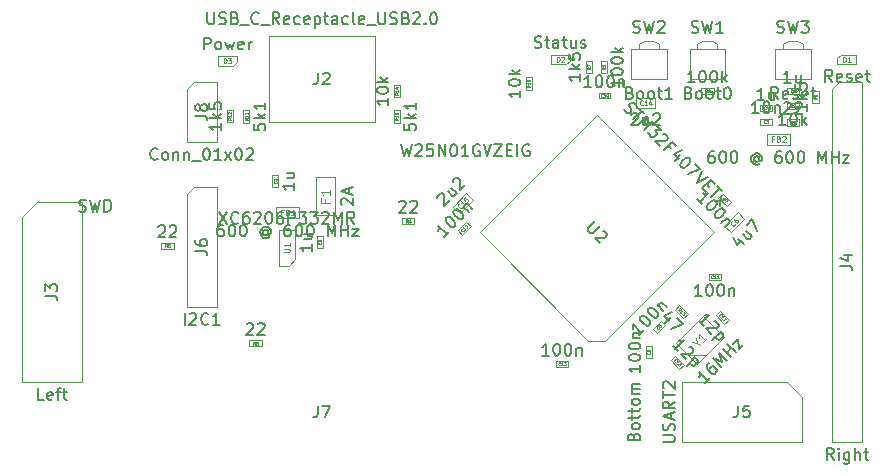
<source format=gbr>
%TF.GenerationSoftware,KiCad,Pcbnew,(5.1.9)-1*%
%TF.CreationDate,2021-03-09T20:48:28+01:00*%
%TF.ProjectId,poly_kb,706f6c79-5f6b-4622-9e6b-696361645f70,rev?*%
%TF.SameCoordinates,Original*%
%TF.FileFunction,Other,Fab,Top*%
%FSLAX46Y46*%
G04 Gerber Fmt 4.6, Leading zero omitted, Abs format (unit mm)*
G04 Created by KiCad (PCBNEW (5.1.9)-1) date 2021-03-09 20:48:28*
%MOMM*%
%LPD*%
G01*
G04 APERTURE LIST*
%ADD10C,0.100000*%
%ADD11C,0.150000*%
%ADD12C,0.040000*%
%ADD13C,0.105000*%
%ADD14C,0.075000*%
%ADD15C,0.080000*%
%ADD16C,0.060000*%
%ADD17C,0.120000*%
G04 APERTURE END LIST*
D10*
%TO.C,J8*%
X429895000Y-31750000D02*
X431800000Y-31750000D01*
X431800000Y-31750000D02*
X431800000Y-36830000D01*
X431800000Y-36830000D02*
X429260000Y-36830000D01*
X429260000Y-36830000D02*
X429260000Y-32385000D01*
X429260000Y-32385000D02*
X429895000Y-31750000D01*
%TO.C,J3*%
X416560000Y-41910000D02*
X420370000Y-41910000D01*
X420370000Y-41910000D02*
X420370000Y-57150000D01*
X420370000Y-57150000D02*
X415290000Y-57150000D01*
X415290000Y-57150000D02*
X415290000Y-43180000D01*
X415290000Y-43180000D02*
X416560000Y-41910000D01*
%TO.C,R12*%
X432622200Y-34120600D02*
X433162200Y-34120600D01*
X433162200Y-34120600D02*
X433162200Y-35170600D01*
X433162200Y-35170600D02*
X432622200Y-35170600D01*
X432622200Y-35170600D02*
X432622200Y-34120600D01*
%TO.C,R7*%
X463026000Y-29955000D02*
X463566000Y-29955000D01*
X463566000Y-29955000D02*
X463566000Y-31005000D01*
X463566000Y-31005000D02*
X463026000Y-31005000D01*
X463026000Y-31005000D02*
X463026000Y-29955000D01*
%TO.C,R6*%
X482203000Y-32495000D02*
X482743000Y-32495000D01*
X482743000Y-32495000D02*
X482743000Y-33545000D01*
X482743000Y-33545000D02*
X482203000Y-33545000D01*
X482203000Y-33545000D02*
X482203000Y-32495000D01*
%TO.C,R3*%
X464836000Y-31005000D02*
X464296000Y-31005000D01*
X464296000Y-31005000D02*
X464296000Y-29955000D01*
X464296000Y-29955000D02*
X464836000Y-29955000D01*
X464836000Y-29955000D02*
X464836000Y-31005000D01*
%TO.C,R1*%
X473854000Y-32242000D02*
X473854000Y-32782000D01*
X473854000Y-32782000D02*
X472804000Y-32782000D01*
X472804000Y-32782000D02*
X472804000Y-32242000D01*
X472804000Y-32242000D02*
X473854000Y-32242000D01*
%TO.C,R13*%
X471299512Y-51768550D02*
X470557050Y-51026088D01*
X471681350Y-51386712D02*
X471299512Y-51768550D01*
X470938888Y-50644250D02*
X471681350Y-51386712D01*
X470557050Y-51026088D02*
X470938888Y-50644250D01*
%TO.C,C16*%
X470612223Y-54968670D02*
X471319330Y-55675777D01*
X470258670Y-55322223D02*
X470612223Y-54968670D01*
X470965777Y-56029330D02*
X470258670Y-55322223D01*
X471319330Y-55675777D02*
X470965777Y-56029330D01*
%TO.C,Y1*%
X470678746Y-53841487D02*
X472446513Y-55609254D01*
X472446513Y-55609254D02*
X474709254Y-53346513D01*
X474709254Y-53346513D02*
X472941487Y-51578746D01*
X472941487Y-51578746D02*
X470678746Y-53841487D01*
X471739406Y-54902148D02*
X473153619Y-54902148D01*
%TO.C,U1*%
X438443600Y-46746200D02*
X438443600Y-44296200D01*
X437893600Y-47316200D02*
X437043600Y-47316200D01*
X438443600Y-46746200D02*
X437893600Y-47316200D01*
X437043600Y-47316200D02*
X437043600Y-44276200D01*
X438443600Y-44276200D02*
X437043600Y-44276200D01*
%TO.C,SW3*%
X479718000Y-28976000D02*
X479718000Y-28576000D01*
X479718000Y-28576000D02*
X480118000Y-28276000D01*
X480118000Y-28276000D02*
X481018000Y-28276000D01*
X481018000Y-28276000D02*
X481418000Y-28576000D01*
X481418000Y-28576000D02*
X481418000Y-28976000D01*
X479068000Y-28976000D02*
X482068000Y-28976000D01*
X482068000Y-28976000D02*
X482068000Y-31476000D01*
X482068000Y-31476000D02*
X479068000Y-31476000D01*
X479068000Y-31476000D02*
X479068000Y-28976000D01*
%TO.C,SW2*%
X467526000Y-28976000D02*
X467526000Y-28576000D01*
X467526000Y-28576000D02*
X467926000Y-28276000D01*
X467926000Y-28276000D02*
X468826000Y-28276000D01*
X468826000Y-28276000D02*
X469226000Y-28576000D01*
X469226000Y-28576000D02*
X469226000Y-28976000D01*
X466876000Y-28976000D02*
X469876000Y-28976000D01*
X469876000Y-28976000D02*
X469876000Y-31476000D01*
X469876000Y-31476000D02*
X466876000Y-31476000D01*
X466876000Y-31476000D02*
X466876000Y-28976000D01*
%TO.C,SW1*%
X472479000Y-28976000D02*
X472479000Y-28576000D01*
X472479000Y-28576000D02*
X472879000Y-28276000D01*
X472879000Y-28276000D02*
X473779000Y-28276000D01*
X473779000Y-28276000D02*
X474179000Y-28576000D01*
X474179000Y-28576000D02*
X474179000Y-28976000D01*
X471829000Y-28976000D02*
X474829000Y-28976000D01*
X474829000Y-28976000D02*
X474829000Y-31476000D01*
X474829000Y-31476000D02*
X471829000Y-31476000D01*
X471829000Y-31476000D02*
X471829000Y-28976000D01*
%TO.C,R4*%
X448530200Y-43265600D02*
X448530200Y-43805600D01*
X448530200Y-43805600D02*
X447480200Y-43805600D01*
X447480200Y-43805600D02*
X447480200Y-43265600D01*
X447480200Y-43265600D02*
X448530200Y-43265600D01*
%TO.C,R15*%
X457946000Y-31354000D02*
X458486000Y-31354000D01*
X458486000Y-31354000D02*
X458486000Y-32404000D01*
X458486000Y-32404000D02*
X457946000Y-32404000D01*
X457946000Y-32404000D02*
X457946000Y-31354000D01*
%TO.C,R14*%
X446770000Y-31987000D02*
X447310000Y-31987000D01*
X447310000Y-31987000D02*
X447310000Y-33037000D01*
X447310000Y-33037000D02*
X446770000Y-33037000D01*
X446770000Y-33037000D02*
X446770000Y-31987000D01*
%TO.C,R11*%
X434559200Y-35196000D02*
X434019200Y-35196000D01*
X434019200Y-35196000D02*
X434019200Y-34146000D01*
X434019200Y-34146000D02*
X434559200Y-34146000D01*
X434559200Y-34146000D02*
X434559200Y-35196000D01*
%TO.C,R2*%
X480043000Y-34052000D02*
X480043000Y-33512000D01*
X480043000Y-33512000D02*
X481093000Y-33512000D01*
X481093000Y-33512000D02*
X481093000Y-34052000D01*
X481093000Y-34052000D02*
X480043000Y-34052000D01*
%TO.C,J5*%
X481330000Y-58420000D02*
X481330000Y-62230000D01*
X481330000Y-62230000D02*
X471170000Y-62230000D01*
X471170000Y-62230000D02*
X471170000Y-57150000D01*
X471170000Y-57150000D02*
X480060000Y-57150000D01*
X480060000Y-57150000D02*
X481330000Y-58420000D01*
%TO.C,J6*%
X429895000Y-40640000D02*
X431800000Y-40640000D01*
X431800000Y-40640000D02*
X431800000Y-50800000D01*
X431800000Y-50800000D02*
X429260000Y-50800000D01*
X429260000Y-50800000D02*
X429260000Y-41275000D01*
X429260000Y-41275000D02*
X429895000Y-40640000D01*
%TO.C,J2*%
X436220000Y-35146000D02*
X436220000Y-27846000D01*
X445160000Y-27846000D02*
X436220000Y-27846000D01*
X445160000Y-35146000D02*
X445160000Y-27846000D01*
X445160000Y-35146000D02*
X436220000Y-35146000D01*
%TO.C,FB1*%
X436794400Y-43274400D02*
X436794400Y-42374400D01*
X436794400Y-42374400D02*
X438794400Y-42374400D01*
X438794400Y-42374400D02*
X438794400Y-43274400D01*
X438794400Y-43274400D02*
X436794400Y-43274400D01*
%TO.C,D3*%
X431889000Y-30372000D02*
X433189000Y-30372000D01*
X433189000Y-30372000D02*
X433489000Y-30072000D01*
X433489000Y-30072000D02*
X433489000Y-29572000D01*
X433489000Y-29572000D02*
X431889000Y-29572000D01*
X431889000Y-29572000D02*
X431889000Y-30372000D01*
%TO.C,D2*%
X460083000Y-30245000D02*
X461383000Y-30245000D01*
X461383000Y-30245000D02*
X461683000Y-29945000D01*
X461683000Y-29945000D02*
X461683000Y-29445000D01*
X461683000Y-29445000D02*
X460083000Y-29445000D01*
X460083000Y-29445000D02*
X460083000Y-30245000D01*
%TO.C,D1*%
X485940000Y-29445000D02*
X484640000Y-29445000D01*
X484640000Y-29445000D02*
X484340000Y-29745000D01*
X484340000Y-29745000D02*
X484340000Y-30245000D01*
X484340000Y-30245000D02*
X485940000Y-30245000D01*
X485940000Y-30245000D02*
X485940000Y-29445000D01*
%TO.C,C1*%
X481068000Y-32262000D02*
X481068000Y-32762000D01*
X481068000Y-32762000D02*
X480068000Y-32762000D01*
X480068000Y-32762000D02*
X480068000Y-32262000D01*
X480068000Y-32262000D02*
X481068000Y-32262000D01*
%TO.C,C3*%
X440287600Y-44813600D02*
X440787600Y-44813600D01*
X440787600Y-44813600D02*
X440787600Y-45813600D01*
X440787600Y-45813600D02*
X440287600Y-45813600D01*
X440287600Y-45813600D02*
X440287600Y-44813600D01*
%TO.C,C2*%
X437003000Y-40632000D02*
X436503000Y-40632000D01*
X436503000Y-40632000D02*
X436503000Y-39632000D01*
X436503000Y-39632000D02*
X437003000Y-39632000D01*
X437003000Y-39632000D02*
X437003000Y-40632000D01*
%TO.C,C15*%
X452936243Y-41163072D02*
X453501928Y-41728757D01*
X453501928Y-41728757D02*
X452370557Y-42860128D01*
X452370557Y-42860128D02*
X451804872Y-42294443D01*
X451804872Y-42294443D02*
X452936243Y-41163072D01*
%TO.C,C14*%
X467322000Y-33928000D02*
X467322000Y-33128000D01*
X467322000Y-33128000D02*
X468922000Y-33128000D01*
X468922000Y-33128000D02*
X468922000Y-33928000D01*
X468922000Y-33928000D02*
X467322000Y-33928000D01*
%TO.C,C13*%
X461535400Y-55376000D02*
X461535400Y-55876000D01*
X461535400Y-55876000D02*
X460535400Y-55876000D01*
X460535400Y-55876000D02*
X460535400Y-55376000D01*
X460535400Y-55376000D02*
X461535400Y-55376000D01*
%TO.C,C12*%
X452931777Y-43614870D02*
X453285330Y-43968423D01*
X453285330Y-43968423D02*
X452578223Y-44675530D01*
X452578223Y-44675530D02*
X452224670Y-44321977D01*
X452224670Y-44321977D02*
X452931777Y-43614870D01*
%TO.C,C5*%
X478807400Y-34852800D02*
X478807400Y-35352800D01*
X478807400Y-35352800D02*
X477807400Y-35352800D01*
X477807400Y-35352800D02*
X477807400Y-34852800D01*
X477807400Y-34852800D02*
X478807400Y-34852800D01*
%TO.C,C4*%
X478807400Y-33709800D02*
X478807400Y-34209800D01*
X478807400Y-34209800D02*
X477807400Y-34209800D01*
X477807400Y-34209800D02*
X477807400Y-33709800D01*
X477807400Y-33709800D02*
X478807400Y-33709800D01*
%TO.C,C11*%
X473464000Y-48510000D02*
X473464000Y-48010000D01*
X473464000Y-48010000D02*
X474464000Y-48010000D01*
X474464000Y-48010000D02*
X474464000Y-48510000D01*
X474464000Y-48510000D02*
X473464000Y-48510000D01*
%TO.C,C10*%
X465116800Y-32643000D02*
X465116800Y-33143000D01*
X465116800Y-33143000D02*
X464116800Y-33143000D01*
X464116800Y-33143000D02*
X464116800Y-32643000D01*
X464116800Y-32643000D02*
X465116800Y-32643000D01*
%TO.C,C9*%
X468126000Y-54110000D02*
X468626000Y-54110000D01*
X468626000Y-54110000D02*
X468626000Y-55110000D01*
X468626000Y-55110000D02*
X468126000Y-55110000D01*
X468126000Y-55110000D02*
X468126000Y-54110000D01*
%TO.C,C8*%
X469400188Y-51962259D02*
X469753741Y-52315812D01*
X469753741Y-52315812D02*
X469046634Y-53022919D01*
X469046634Y-53022919D02*
X468693081Y-52669366D01*
X468693081Y-52669366D02*
X469400188Y-51962259D01*
%TO.C,C7*%
X474271870Y-41555423D02*
X474625423Y-41201870D01*
X474625423Y-41201870D02*
X475332530Y-41908977D01*
X475332530Y-41908977D02*
X474978977Y-42262530D01*
X474978977Y-42262530D02*
X474271870Y-41555423D01*
%TO.C,C6*%
X475342949Y-44474936D02*
X474777264Y-43909251D01*
X474777264Y-43909251D02*
X475908635Y-42777880D01*
X475908635Y-42777880D02*
X476474320Y-43343565D01*
X476474320Y-43343565D02*
X475342949Y-44474936D01*
%TO.C,R10*%
X447310000Y-35198000D02*
X446770000Y-35198000D01*
X446770000Y-35198000D02*
X446770000Y-34148000D01*
X446770000Y-34148000D02*
X447310000Y-34148000D01*
X447310000Y-34148000D02*
X447310000Y-35198000D01*
%TO.C,R9*%
X481093000Y-34909000D02*
X481093000Y-35449000D01*
X481093000Y-35449000D02*
X480043000Y-35449000D01*
X480043000Y-35449000D02*
X480043000Y-34909000D01*
X480043000Y-34909000D02*
X481093000Y-34909000D01*
%TO.C,R8*%
X435601600Y-53603400D02*
X435601600Y-54143400D01*
X435601600Y-54143400D02*
X434551600Y-54143400D01*
X434551600Y-54143400D02*
X434551600Y-53603400D01*
X434551600Y-53603400D02*
X435601600Y-53603400D01*
%TO.C,R5*%
X428134000Y-45348400D02*
X428134000Y-45888400D01*
X428134000Y-45888400D02*
X427084000Y-45888400D01*
X427084000Y-45888400D02*
X427084000Y-45348400D01*
X427084000Y-45348400D02*
X428134000Y-45348400D01*
%TO.C,J4*%
X484505000Y-31750000D02*
X486410000Y-31750000D01*
X486410000Y-31750000D02*
X486410000Y-62230000D01*
X486410000Y-62230000D02*
X483870000Y-62230000D01*
X483870000Y-62230000D02*
X483870000Y-32385000D01*
X483870000Y-32385000D02*
X484505000Y-31750000D01*
%TO.C,FB2*%
X478348800Y-37051400D02*
X478348800Y-36151400D01*
X478348800Y-36151400D02*
X480348800Y-36151400D01*
X480348800Y-36151400D02*
X480348800Y-37051400D01*
X480348800Y-37051400D02*
X478348800Y-37051400D01*
%TO.C,F1*%
X441820200Y-43027400D02*
X440220200Y-43027400D01*
X440220200Y-43027400D02*
X440220200Y-39827400D01*
X440220200Y-39827400D02*
X441820200Y-39827400D01*
X441820200Y-39827400D02*
X441820200Y-43027400D01*
%TO.C,C17*%
X474068670Y-51512223D02*
X474422223Y-51158670D01*
X474422223Y-51158670D02*
X475129330Y-51865777D01*
X475129330Y-51865777D02*
X474775777Y-52219330D01*
X474775777Y-52219330D02*
X474068670Y-51512223D01*
%TO.C,U2*%
X463257848Y-53676343D02*
X454065460Y-44483955D01*
X454065460Y-44483955D02*
X463964955Y-34584460D01*
X463964955Y-34584460D02*
X473864450Y-44483955D01*
X473864450Y-44483955D02*
X464672062Y-53676343D01*
X464672062Y-53676343D02*
X463257848Y-53676343D01*
%TD*%
%TO.C,J8*%
D11*
X426791904Y-38247142D02*
X426744285Y-38294761D01*
X426601428Y-38342380D01*
X426506190Y-38342380D01*
X426363333Y-38294761D01*
X426268095Y-38199523D01*
X426220476Y-38104285D01*
X426172857Y-37913809D01*
X426172857Y-37770952D01*
X426220476Y-37580476D01*
X426268095Y-37485238D01*
X426363333Y-37390000D01*
X426506190Y-37342380D01*
X426601428Y-37342380D01*
X426744285Y-37390000D01*
X426791904Y-37437619D01*
X427363333Y-38342380D02*
X427268095Y-38294761D01*
X427220476Y-38247142D01*
X427172857Y-38151904D01*
X427172857Y-37866190D01*
X427220476Y-37770952D01*
X427268095Y-37723333D01*
X427363333Y-37675714D01*
X427506190Y-37675714D01*
X427601428Y-37723333D01*
X427649047Y-37770952D01*
X427696666Y-37866190D01*
X427696666Y-38151904D01*
X427649047Y-38247142D01*
X427601428Y-38294761D01*
X427506190Y-38342380D01*
X427363333Y-38342380D01*
X428125238Y-37675714D02*
X428125238Y-38342380D01*
X428125238Y-37770952D02*
X428172857Y-37723333D01*
X428268095Y-37675714D01*
X428410952Y-37675714D01*
X428506190Y-37723333D01*
X428553809Y-37818571D01*
X428553809Y-38342380D01*
X429030000Y-37675714D02*
X429030000Y-38342380D01*
X429030000Y-37770952D02*
X429077619Y-37723333D01*
X429172857Y-37675714D01*
X429315714Y-37675714D01*
X429410952Y-37723333D01*
X429458571Y-37818571D01*
X429458571Y-38342380D01*
X429696666Y-38437619D02*
X430458571Y-38437619D01*
X430887142Y-37342380D02*
X430982380Y-37342380D01*
X431077619Y-37390000D01*
X431125238Y-37437619D01*
X431172857Y-37532857D01*
X431220476Y-37723333D01*
X431220476Y-37961428D01*
X431172857Y-38151904D01*
X431125238Y-38247142D01*
X431077619Y-38294761D01*
X430982380Y-38342380D01*
X430887142Y-38342380D01*
X430791904Y-38294761D01*
X430744285Y-38247142D01*
X430696666Y-38151904D01*
X430649047Y-37961428D01*
X430649047Y-37723333D01*
X430696666Y-37532857D01*
X430744285Y-37437619D01*
X430791904Y-37390000D01*
X430887142Y-37342380D01*
X432172857Y-38342380D02*
X431601428Y-38342380D01*
X431887142Y-38342380D02*
X431887142Y-37342380D01*
X431791904Y-37485238D01*
X431696666Y-37580476D01*
X431601428Y-37628095D01*
X432506190Y-38342380D02*
X433030000Y-37675714D01*
X432506190Y-37675714D02*
X433030000Y-38342380D01*
X433601428Y-37342380D02*
X433696666Y-37342380D01*
X433791904Y-37390000D01*
X433839523Y-37437619D01*
X433887142Y-37532857D01*
X433934761Y-37723333D01*
X433934761Y-37961428D01*
X433887142Y-38151904D01*
X433839523Y-38247142D01*
X433791904Y-38294761D01*
X433696666Y-38342380D01*
X433601428Y-38342380D01*
X433506190Y-38294761D01*
X433458571Y-38247142D01*
X433410952Y-38151904D01*
X433363333Y-37961428D01*
X433363333Y-37723333D01*
X433410952Y-37532857D01*
X433458571Y-37437619D01*
X433506190Y-37390000D01*
X433601428Y-37342380D01*
X434315714Y-37437619D02*
X434363333Y-37390000D01*
X434458571Y-37342380D01*
X434696666Y-37342380D01*
X434791904Y-37390000D01*
X434839523Y-37437619D01*
X434887142Y-37532857D01*
X434887142Y-37628095D01*
X434839523Y-37770952D01*
X434268095Y-38342380D01*
X434887142Y-38342380D01*
X429982380Y-34623333D02*
X430696666Y-34623333D01*
X430839523Y-34670952D01*
X430934761Y-34766190D01*
X430982380Y-34909047D01*
X430982380Y-35004285D01*
X430410952Y-34004285D02*
X430363333Y-34099523D01*
X430315714Y-34147142D01*
X430220476Y-34194761D01*
X430172857Y-34194761D01*
X430077619Y-34147142D01*
X430030000Y-34099523D01*
X429982380Y-34004285D01*
X429982380Y-33813809D01*
X430030000Y-33718571D01*
X430077619Y-33670952D01*
X430172857Y-33623333D01*
X430220476Y-33623333D01*
X430315714Y-33670952D01*
X430363333Y-33718571D01*
X430410952Y-33813809D01*
X430410952Y-34004285D01*
X430458571Y-34099523D01*
X430506190Y-34147142D01*
X430601428Y-34194761D01*
X430791904Y-34194761D01*
X430887142Y-34147142D01*
X430934761Y-34099523D01*
X430982380Y-34004285D01*
X430982380Y-33813809D01*
X430934761Y-33718571D01*
X430887142Y-33670952D01*
X430791904Y-33623333D01*
X430601428Y-33623333D01*
X430506190Y-33670952D01*
X430458571Y-33718571D01*
X430410952Y-33813809D01*
%TO.C,J3*%
X417139523Y-58662380D02*
X416663333Y-58662380D01*
X416663333Y-57662380D01*
X417853809Y-58614761D02*
X417758571Y-58662380D01*
X417568095Y-58662380D01*
X417472857Y-58614761D01*
X417425238Y-58519523D01*
X417425238Y-58138571D01*
X417472857Y-58043333D01*
X417568095Y-57995714D01*
X417758571Y-57995714D01*
X417853809Y-58043333D01*
X417901428Y-58138571D01*
X417901428Y-58233809D01*
X417425238Y-58329047D01*
X418187142Y-57995714D02*
X418568095Y-57995714D01*
X418330000Y-58662380D02*
X418330000Y-57805238D01*
X418377619Y-57710000D01*
X418472857Y-57662380D01*
X418568095Y-57662380D01*
X418758571Y-57995714D02*
X419139523Y-57995714D01*
X418901428Y-57662380D02*
X418901428Y-58519523D01*
X418949047Y-58614761D01*
X419044285Y-58662380D01*
X419139523Y-58662380D01*
X417282380Y-49863333D02*
X417996666Y-49863333D01*
X418139523Y-49910952D01*
X418234761Y-50006190D01*
X418282380Y-50149047D01*
X418282380Y-50244285D01*
X417282380Y-49482380D02*
X417282380Y-48863333D01*
X417663333Y-49196666D01*
X417663333Y-49053809D01*
X417710952Y-48958571D01*
X417758571Y-48910952D01*
X417853809Y-48863333D01*
X418091904Y-48863333D01*
X418187142Y-48910952D01*
X418234761Y-48958571D01*
X418282380Y-49053809D01*
X418282380Y-49339523D01*
X418234761Y-49434761D01*
X418187142Y-49482380D01*
%TO.C,J1*%
X420130457Y-42670361D02*
X420273314Y-42717980D01*
X420511409Y-42717980D01*
X420606647Y-42670361D01*
X420654266Y-42622742D01*
X420701885Y-42527504D01*
X420701885Y-42432266D01*
X420654266Y-42337028D01*
X420606647Y-42289409D01*
X420511409Y-42241790D01*
X420320933Y-42194171D01*
X420225695Y-42146552D01*
X420178076Y-42098933D01*
X420130457Y-42003695D01*
X420130457Y-41908457D01*
X420178076Y-41813219D01*
X420225695Y-41765600D01*
X420320933Y-41717980D01*
X420559028Y-41717980D01*
X420701885Y-41765600D01*
X421035219Y-41717980D02*
X421273314Y-42717980D01*
X421463790Y-42003695D01*
X421654266Y-42717980D01*
X421892361Y-41717980D01*
X422273314Y-42717980D02*
X422273314Y-41717980D01*
X422511409Y-41717980D01*
X422654266Y-41765600D01*
X422749504Y-41860838D01*
X422797123Y-41956076D01*
X422844742Y-42146552D01*
X422844742Y-42289409D01*
X422797123Y-42479885D01*
X422749504Y-42575123D01*
X422654266Y-42670361D01*
X422511409Y-42717980D01*
X422273314Y-42717980D01*
%TO.C,R12*%
X432174580Y-35240838D02*
X432174580Y-35812266D01*
X432174580Y-35526552D02*
X431174580Y-35526552D01*
X431317438Y-35621790D01*
X431412676Y-35717028D01*
X431460295Y-35812266D01*
X432174580Y-34812266D02*
X431174580Y-34812266D01*
X431793628Y-34717028D02*
X432174580Y-34431314D01*
X431507914Y-34431314D02*
X431888866Y-34812266D01*
X431174580Y-33526552D02*
X431174580Y-34002742D01*
X431650771Y-34050361D01*
X431603152Y-34002742D01*
X431555533Y-33907504D01*
X431555533Y-33669409D01*
X431603152Y-33574171D01*
X431650771Y-33526552D01*
X431746009Y-33478933D01*
X431984104Y-33478933D01*
X432079342Y-33526552D01*
X432126961Y-33574171D01*
X432174580Y-33669409D01*
X432174580Y-33907504D01*
X432126961Y-34002742D01*
X432079342Y-34050361D01*
D12*
X433009819Y-34812742D02*
X432886009Y-34899409D01*
X433009819Y-34961314D02*
X432749819Y-34961314D01*
X432749819Y-34862266D01*
X432762200Y-34837504D01*
X432774580Y-34825123D01*
X432799342Y-34812742D01*
X432836485Y-34812742D01*
X432861247Y-34825123D01*
X432873628Y-34837504D01*
X432886009Y-34862266D01*
X432886009Y-34961314D01*
X433009819Y-34565123D02*
X433009819Y-34713695D01*
X433009819Y-34639409D02*
X432749819Y-34639409D01*
X432786961Y-34664171D01*
X432811723Y-34688933D01*
X432824104Y-34713695D01*
X432774580Y-34466076D02*
X432762200Y-34453695D01*
X432749819Y-34428933D01*
X432749819Y-34367028D01*
X432762200Y-34342266D01*
X432774580Y-34329885D01*
X432799342Y-34317504D01*
X432824104Y-34317504D01*
X432861247Y-34329885D01*
X433009819Y-34478457D01*
X433009819Y-34317504D01*
%TO.C,R7*%
D11*
X462578380Y-31075238D02*
X462578380Y-31646666D01*
X462578380Y-31360952D02*
X461578380Y-31360952D01*
X461721238Y-31456190D01*
X461816476Y-31551428D01*
X461864095Y-31646666D01*
X462578380Y-30646666D02*
X461578380Y-30646666D01*
X462197428Y-30551428D02*
X462578380Y-30265714D01*
X461911714Y-30265714D02*
X462292666Y-30646666D01*
X461578380Y-29360952D02*
X461578380Y-29837142D01*
X462054571Y-29884761D01*
X462006952Y-29837142D01*
X461959333Y-29741904D01*
X461959333Y-29503809D01*
X462006952Y-29408571D01*
X462054571Y-29360952D01*
X462149809Y-29313333D01*
X462387904Y-29313333D01*
X462483142Y-29360952D01*
X462530761Y-29408571D01*
X462578380Y-29503809D01*
X462578380Y-29741904D01*
X462530761Y-29837142D01*
X462483142Y-29884761D01*
D12*
X463413619Y-30523333D02*
X463289809Y-30610000D01*
X463413619Y-30671904D02*
X463153619Y-30671904D01*
X463153619Y-30572857D01*
X463166000Y-30548095D01*
X463178380Y-30535714D01*
X463203142Y-30523333D01*
X463240285Y-30523333D01*
X463265047Y-30535714D01*
X463277428Y-30548095D01*
X463289809Y-30572857D01*
X463289809Y-30671904D01*
X463153619Y-30436666D02*
X463153619Y-30263333D01*
X463413619Y-30374761D01*
%TO.C,R6*%
D11*
X481755380Y-33615238D02*
X481755380Y-34186666D01*
X481755380Y-33900952D02*
X480755380Y-33900952D01*
X480898238Y-33996190D01*
X480993476Y-34091428D01*
X481041095Y-34186666D01*
X481755380Y-33186666D02*
X480755380Y-33186666D01*
X481374428Y-33091428D02*
X481755380Y-32805714D01*
X481088714Y-32805714D02*
X481469666Y-33186666D01*
X480755380Y-31900952D02*
X480755380Y-32377142D01*
X481231571Y-32424761D01*
X481183952Y-32377142D01*
X481136333Y-32281904D01*
X481136333Y-32043809D01*
X481183952Y-31948571D01*
X481231571Y-31900952D01*
X481326809Y-31853333D01*
X481564904Y-31853333D01*
X481660142Y-31900952D01*
X481707761Y-31948571D01*
X481755380Y-32043809D01*
X481755380Y-32281904D01*
X481707761Y-32377142D01*
X481660142Y-32424761D01*
D12*
X482590619Y-33063333D02*
X482466809Y-33150000D01*
X482590619Y-33211904D02*
X482330619Y-33211904D01*
X482330619Y-33112857D01*
X482343000Y-33088095D01*
X482355380Y-33075714D01*
X482380142Y-33063333D01*
X482417285Y-33063333D01*
X482442047Y-33075714D01*
X482454428Y-33088095D01*
X482466809Y-33112857D01*
X482466809Y-33211904D01*
X482330619Y-32840476D02*
X482330619Y-32890000D01*
X482343000Y-32914761D01*
X482355380Y-32927142D01*
X482392523Y-32951904D01*
X482442047Y-32964285D01*
X482541095Y-32964285D01*
X482565857Y-32951904D01*
X482578238Y-32939523D01*
X482590619Y-32914761D01*
X482590619Y-32865238D01*
X482578238Y-32840476D01*
X482565857Y-32828095D01*
X482541095Y-32815714D01*
X482479190Y-32815714D01*
X482454428Y-32828095D01*
X482442047Y-32840476D01*
X482429666Y-32865238D01*
X482429666Y-32914761D01*
X482442047Y-32939523D01*
X482454428Y-32951904D01*
X482479190Y-32964285D01*
%TO.C,R3*%
D11*
X466188380Y-31551428D02*
X466188380Y-32122857D01*
X466188380Y-31837142D02*
X465188380Y-31837142D01*
X465331238Y-31932380D01*
X465426476Y-32027619D01*
X465474095Y-32122857D01*
X465188380Y-30932380D02*
X465188380Y-30837142D01*
X465236000Y-30741904D01*
X465283619Y-30694285D01*
X465378857Y-30646666D01*
X465569333Y-30599047D01*
X465807428Y-30599047D01*
X465997904Y-30646666D01*
X466093142Y-30694285D01*
X466140761Y-30741904D01*
X466188380Y-30837142D01*
X466188380Y-30932380D01*
X466140761Y-31027619D01*
X466093142Y-31075238D01*
X465997904Y-31122857D01*
X465807428Y-31170476D01*
X465569333Y-31170476D01*
X465378857Y-31122857D01*
X465283619Y-31075238D01*
X465236000Y-31027619D01*
X465188380Y-30932380D01*
X465188380Y-29980000D02*
X465188380Y-29884761D01*
X465236000Y-29789523D01*
X465283619Y-29741904D01*
X465378857Y-29694285D01*
X465569333Y-29646666D01*
X465807428Y-29646666D01*
X465997904Y-29694285D01*
X466093142Y-29741904D01*
X466140761Y-29789523D01*
X466188380Y-29884761D01*
X466188380Y-29980000D01*
X466140761Y-30075238D01*
X466093142Y-30122857D01*
X465997904Y-30170476D01*
X465807428Y-30218095D01*
X465569333Y-30218095D01*
X465378857Y-30170476D01*
X465283619Y-30122857D01*
X465236000Y-30075238D01*
X465188380Y-29980000D01*
X466188380Y-29218095D02*
X465188380Y-29218095D01*
X465807428Y-29122857D02*
X466188380Y-28837142D01*
X465521714Y-28837142D02*
X465902666Y-29218095D01*
D12*
X464683619Y-30523333D02*
X464559809Y-30610000D01*
X464683619Y-30671904D02*
X464423619Y-30671904D01*
X464423619Y-30572857D01*
X464436000Y-30548095D01*
X464448380Y-30535714D01*
X464473142Y-30523333D01*
X464510285Y-30523333D01*
X464535047Y-30535714D01*
X464547428Y-30548095D01*
X464559809Y-30572857D01*
X464559809Y-30671904D01*
X464423619Y-30436666D02*
X464423619Y-30275714D01*
X464522666Y-30362380D01*
X464522666Y-30325238D01*
X464535047Y-30300476D01*
X464547428Y-30288095D01*
X464572190Y-30275714D01*
X464634095Y-30275714D01*
X464658857Y-30288095D01*
X464671238Y-30300476D01*
X464683619Y-30325238D01*
X464683619Y-30399523D01*
X464671238Y-30424285D01*
X464658857Y-30436666D01*
%TO.C,R1*%
D11*
X472257571Y-31794380D02*
X471686142Y-31794380D01*
X471971857Y-31794380D02*
X471971857Y-30794380D01*
X471876619Y-30937238D01*
X471781380Y-31032476D01*
X471686142Y-31080095D01*
X472876619Y-30794380D02*
X472971857Y-30794380D01*
X473067095Y-30842000D01*
X473114714Y-30889619D01*
X473162333Y-30984857D01*
X473209952Y-31175333D01*
X473209952Y-31413428D01*
X473162333Y-31603904D01*
X473114714Y-31699142D01*
X473067095Y-31746761D01*
X472971857Y-31794380D01*
X472876619Y-31794380D01*
X472781380Y-31746761D01*
X472733761Y-31699142D01*
X472686142Y-31603904D01*
X472638523Y-31413428D01*
X472638523Y-31175333D01*
X472686142Y-30984857D01*
X472733761Y-30889619D01*
X472781380Y-30842000D01*
X472876619Y-30794380D01*
X473829000Y-30794380D02*
X473924238Y-30794380D01*
X474019476Y-30842000D01*
X474067095Y-30889619D01*
X474114714Y-30984857D01*
X474162333Y-31175333D01*
X474162333Y-31413428D01*
X474114714Y-31603904D01*
X474067095Y-31699142D01*
X474019476Y-31746761D01*
X473924238Y-31794380D01*
X473829000Y-31794380D01*
X473733761Y-31746761D01*
X473686142Y-31699142D01*
X473638523Y-31603904D01*
X473590904Y-31413428D01*
X473590904Y-31175333D01*
X473638523Y-30984857D01*
X473686142Y-30889619D01*
X473733761Y-30842000D01*
X473829000Y-30794380D01*
X474590904Y-31794380D02*
X474590904Y-30794380D01*
X474686142Y-31413428D02*
X474971857Y-31794380D01*
X474971857Y-31127714D02*
X474590904Y-31508666D01*
D12*
X473285666Y-32629619D02*
X473199000Y-32505809D01*
X473137095Y-32629619D02*
X473137095Y-32369619D01*
X473236142Y-32369619D01*
X473260904Y-32382000D01*
X473273285Y-32394380D01*
X473285666Y-32419142D01*
X473285666Y-32456285D01*
X473273285Y-32481047D01*
X473260904Y-32493428D01*
X473236142Y-32505809D01*
X473137095Y-32505809D01*
X473533285Y-32629619D02*
X473384714Y-32629619D01*
X473459000Y-32629619D02*
X473459000Y-32369619D01*
X473434238Y-32406761D01*
X473409476Y-32431523D01*
X473384714Y-32443904D01*
%TO.C,U3*%
D11*
X447429619Y-37026380D02*
X447667714Y-38026380D01*
X447858190Y-37312095D01*
X448048666Y-38026380D01*
X448286761Y-37026380D01*
X448620095Y-37121619D02*
X448667714Y-37074000D01*
X448762952Y-37026380D01*
X449001047Y-37026380D01*
X449096285Y-37074000D01*
X449143904Y-37121619D01*
X449191523Y-37216857D01*
X449191523Y-37312095D01*
X449143904Y-37454952D01*
X448572476Y-38026380D01*
X449191523Y-38026380D01*
X450096285Y-37026380D02*
X449620095Y-37026380D01*
X449572476Y-37502571D01*
X449620095Y-37454952D01*
X449715333Y-37407333D01*
X449953428Y-37407333D01*
X450048666Y-37454952D01*
X450096285Y-37502571D01*
X450143904Y-37597809D01*
X450143904Y-37835904D01*
X450096285Y-37931142D01*
X450048666Y-37978761D01*
X449953428Y-38026380D01*
X449715333Y-38026380D01*
X449620095Y-37978761D01*
X449572476Y-37931142D01*
X450572476Y-38026380D02*
X450572476Y-37026380D01*
X451143904Y-38026380D01*
X451143904Y-37026380D01*
X451810571Y-37026380D02*
X451905809Y-37026380D01*
X452001047Y-37074000D01*
X452048666Y-37121619D01*
X452096285Y-37216857D01*
X452143904Y-37407333D01*
X452143904Y-37645428D01*
X452096285Y-37835904D01*
X452048666Y-37931142D01*
X452001047Y-37978761D01*
X451905809Y-38026380D01*
X451810571Y-38026380D01*
X451715333Y-37978761D01*
X451667714Y-37931142D01*
X451620095Y-37835904D01*
X451572476Y-37645428D01*
X451572476Y-37407333D01*
X451620095Y-37216857D01*
X451667714Y-37121619D01*
X451715333Y-37074000D01*
X451810571Y-37026380D01*
X453096285Y-38026380D02*
X452524857Y-38026380D01*
X452810571Y-38026380D02*
X452810571Y-37026380D01*
X452715333Y-37169238D01*
X452620095Y-37264476D01*
X452524857Y-37312095D01*
X454048666Y-37074000D02*
X453953428Y-37026380D01*
X453810571Y-37026380D01*
X453667714Y-37074000D01*
X453572476Y-37169238D01*
X453524857Y-37264476D01*
X453477238Y-37454952D01*
X453477238Y-37597809D01*
X453524857Y-37788285D01*
X453572476Y-37883523D01*
X453667714Y-37978761D01*
X453810571Y-38026380D01*
X453905809Y-38026380D01*
X454048666Y-37978761D01*
X454096285Y-37931142D01*
X454096285Y-37597809D01*
X453905809Y-37597809D01*
X454382000Y-37026380D02*
X454715333Y-38026380D01*
X455048666Y-37026380D01*
X455286761Y-37026380D02*
X455953428Y-37026380D01*
X455286761Y-38026380D01*
X455953428Y-38026380D01*
X456334380Y-37502571D02*
X456667714Y-37502571D01*
X456810571Y-38026380D02*
X456334380Y-38026380D01*
X456334380Y-37026380D01*
X456810571Y-37026380D01*
X457239142Y-38026380D02*
X457239142Y-37026380D01*
X458239142Y-37074000D02*
X458143904Y-37026380D01*
X458001047Y-37026380D01*
X457858190Y-37074000D01*
X457762952Y-37169238D01*
X457715333Y-37264476D01*
X457667714Y-37454952D01*
X457667714Y-37597809D01*
X457715333Y-37788285D01*
X457762952Y-37883523D01*
X457858190Y-37978761D01*
X458001047Y-38026380D01*
X458096285Y-38026380D01*
X458239142Y-37978761D01*
X458286761Y-37931142D01*
X458286761Y-37597809D01*
X458096285Y-37597809D01*
%TO.C,R13*%
X470241377Y-51680161D02*
X469769972Y-52151566D01*
X470342392Y-51242428D02*
X469668957Y-51579146D01*
X470106690Y-52016879D01*
X470780125Y-51747505D02*
X471251529Y-52218909D01*
X470241377Y-52622970D01*
D12*
X470917842Y-51171381D02*
X470944106Y-51022552D01*
X470812787Y-51066325D02*
X470996634Y-50882477D01*
X471066672Y-50952514D01*
X471075426Y-50978778D01*
X471075426Y-50996288D01*
X471066672Y-51022552D01*
X471040408Y-51048816D01*
X471014144Y-51057570D01*
X470996634Y-51057570D01*
X470970370Y-51048816D01*
X470900333Y-50978778D01*
X471092936Y-51346474D02*
X470987880Y-51241418D01*
X471040408Y-51293946D02*
X471224255Y-51110098D01*
X471180482Y-51118853D01*
X471145463Y-51118853D01*
X471119200Y-51110098D01*
X471338066Y-51223909D02*
X471451876Y-51337719D01*
X471320557Y-51346474D01*
X471346821Y-51372738D01*
X471355575Y-51399002D01*
X471355575Y-51416511D01*
X471346821Y-51442775D01*
X471303047Y-51486548D01*
X471276783Y-51495303D01*
X471259274Y-51495303D01*
X471233010Y-51486548D01*
X471180482Y-51434021D01*
X471171727Y-51407757D01*
X471171727Y-51390247D01*
%TO.C,C16*%
D11*
X470834793Y-54544068D02*
X470430732Y-54140007D01*
X470632763Y-54342038D02*
X471339869Y-53634931D01*
X471171511Y-53668603D01*
X471036824Y-53668603D01*
X470935808Y-53634931D01*
X471743931Y-54173679D02*
X471811274Y-54173679D01*
X471912289Y-54207351D01*
X472080648Y-54375710D01*
X472114320Y-54476725D01*
X472114320Y-54544068D01*
X472080648Y-54645084D01*
X472013305Y-54712427D01*
X471878618Y-54779771D01*
X471070495Y-54779771D01*
X471508228Y-55217504D01*
X472282679Y-55049145D02*
X471575572Y-55756252D01*
X472249007Y-55082817D02*
X472350022Y-55116488D01*
X472484709Y-55251175D01*
X472518381Y-55352191D01*
X472518381Y-55419534D01*
X472484709Y-55520549D01*
X472282679Y-55722580D01*
X472181663Y-55756252D01*
X472114320Y-55756252D01*
X472013305Y-55722580D01*
X471878618Y-55587893D01*
X471844946Y-55486878D01*
D12*
X470612223Y-55448492D02*
X470595387Y-55448492D01*
X470561715Y-55431656D01*
X470544879Y-55414820D01*
X470528043Y-55381148D01*
X470528043Y-55347477D01*
X470536461Y-55322223D01*
X470561715Y-55280133D01*
X470586969Y-55254879D01*
X470629059Y-55229625D01*
X470654312Y-55221208D01*
X470687984Y-55221208D01*
X470721656Y-55238043D01*
X470738492Y-55254879D01*
X470755328Y-55288551D01*
X470755328Y-55305387D01*
X470763746Y-55633687D02*
X470662730Y-55532671D01*
X470713238Y-55583179D02*
X470890015Y-55406402D01*
X470847925Y-55414820D01*
X470814253Y-55414820D01*
X470789000Y-55406402D01*
X471092045Y-55608433D02*
X471058374Y-55574761D01*
X471033120Y-55566343D01*
X471016284Y-55566343D01*
X470974194Y-55574761D01*
X470932104Y-55600015D01*
X470864761Y-55667358D01*
X470856343Y-55692612D01*
X470856343Y-55709448D01*
X470864761Y-55734702D01*
X470898433Y-55768374D01*
X470923687Y-55776791D01*
X470940522Y-55776791D01*
X470965776Y-55768374D01*
X471007866Y-55726284D01*
X471016284Y-55701030D01*
X471016284Y-55684194D01*
X471007866Y-55658940D01*
X470974194Y-55625269D01*
X470948940Y-55616851D01*
X470932104Y-55616851D01*
X470906851Y-55625269D01*
%TO.C,Y1*%
D11*
X473550946Y-56841640D02*
X473146885Y-57245701D01*
X473348915Y-57043671D02*
X472641809Y-56336564D01*
X472675480Y-56504923D01*
X472675480Y-56639610D01*
X472641809Y-56740625D01*
X473449931Y-55528442D02*
X473315244Y-55663129D01*
X473281572Y-55764144D01*
X473281572Y-55831488D01*
X473315244Y-55999847D01*
X473416259Y-56168205D01*
X473685633Y-56437579D01*
X473786648Y-56471251D01*
X473853992Y-56471251D01*
X473955007Y-56437579D01*
X474089694Y-56302892D01*
X474123366Y-56201877D01*
X474123366Y-56134534D01*
X474089694Y-56033518D01*
X473921335Y-55865160D01*
X473820320Y-55831488D01*
X473752976Y-55831488D01*
X473651961Y-55865160D01*
X473517274Y-55999847D01*
X473483602Y-56100862D01*
X473483602Y-56168205D01*
X473517274Y-56269221D01*
X474527427Y-55865160D02*
X473820320Y-55158053D01*
X474561099Y-55427427D01*
X474291724Y-54686648D01*
X474998831Y-55393755D01*
X475335549Y-55057037D02*
X474628442Y-54349931D01*
X474965160Y-54686648D02*
X475369221Y-54282587D01*
X475739610Y-54652976D02*
X475032503Y-53945870D01*
X475537579Y-53912198D02*
X475907969Y-53541809D01*
X476008984Y-54383602D01*
X476379373Y-54013213D01*
D13*
X472446512Y-53817917D02*
X472682214Y-54053619D01*
X472022248Y-53723636D02*
X472446512Y-53817917D01*
X472352231Y-53393653D01*
X473271470Y-53464363D02*
X472988627Y-53747206D01*
X473130049Y-53605785D02*
X472635074Y-53110810D01*
X472658644Y-53228661D01*
X472658644Y-53322942D01*
X472635074Y-53393653D01*
%TO.C,U1*%
D11*
X432005504Y-42748580D02*
X432672171Y-43748580D01*
X432672171Y-42748580D02*
X432005504Y-43748580D01*
X433624552Y-43653342D02*
X433576933Y-43700961D01*
X433434076Y-43748580D01*
X433338838Y-43748580D01*
X433195980Y-43700961D01*
X433100742Y-43605723D01*
X433053123Y-43510485D01*
X433005504Y-43320009D01*
X433005504Y-43177152D01*
X433053123Y-42986676D01*
X433100742Y-42891438D01*
X433195980Y-42796200D01*
X433338838Y-42748580D01*
X433434076Y-42748580D01*
X433576933Y-42796200D01*
X433624552Y-42843819D01*
X434481695Y-42748580D02*
X434291219Y-42748580D01*
X434195980Y-42796200D01*
X434148361Y-42843819D01*
X434053123Y-42986676D01*
X434005504Y-43177152D01*
X434005504Y-43558104D01*
X434053123Y-43653342D01*
X434100742Y-43700961D01*
X434195980Y-43748580D01*
X434386457Y-43748580D01*
X434481695Y-43700961D01*
X434529314Y-43653342D01*
X434576933Y-43558104D01*
X434576933Y-43320009D01*
X434529314Y-43224771D01*
X434481695Y-43177152D01*
X434386457Y-43129533D01*
X434195980Y-43129533D01*
X434100742Y-43177152D01*
X434053123Y-43224771D01*
X434005504Y-43320009D01*
X434957885Y-42843819D02*
X435005504Y-42796200D01*
X435100742Y-42748580D01*
X435338838Y-42748580D01*
X435434076Y-42796200D01*
X435481695Y-42843819D01*
X435529314Y-42939057D01*
X435529314Y-43034295D01*
X435481695Y-43177152D01*
X434910266Y-43748580D01*
X435529314Y-43748580D01*
X436148361Y-42748580D02*
X436243600Y-42748580D01*
X436338838Y-42796200D01*
X436386457Y-42843819D01*
X436434076Y-42939057D01*
X436481695Y-43129533D01*
X436481695Y-43367628D01*
X436434076Y-43558104D01*
X436386457Y-43653342D01*
X436338838Y-43700961D01*
X436243600Y-43748580D01*
X436148361Y-43748580D01*
X436053123Y-43700961D01*
X436005504Y-43653342D01*
X435957885Y-43558104D01*
X435910266Y-43367628D01*
X435910266Y-43129533D01*
X435957885Y-42939057D01*
X436005504Y-42843819D01*
X436053123Y-42796200D01*
X436148361Y-42748580D01*
X437338838Y-42748580D02*
X437148361Y-42748580D01*
X437053123Y-42796200D01*
X437005504Y-42843819D01*
X436910266Y-42986676D01*
X436862647Y-43177152D01*
X436862647Y-43558104D01*
X436910266Y-43653342D01*
X436957885Y-43700961D01*
X437053123Y-43748580D01*
X437243600Y-43748580D01*
X437338838Y-43700961D01*
X437386457Y-43653342D01*
X437434076Y-43558104D01*
X437434076Y-43320009D01*
X437386457Y-43224771D01*
X437338838Y-43177152D01*
X437243600Y-43129533D01*
X437053123Y-43129533D01*
X436957885Y-43177152D01*
X436910266Y-43224771D01*
X436862647Y-43320009D01*
X437862647Y-43748580D02*
X437862647Y-42748580D01*
X438243600Y-42748580D01*
X438338838Y-42796200D01*
X438386457Y-42843819D01*
X438434076Y-42939057D01*
X438434076Y-43081914D01*
X438386457Y-43177152D01*
X438338838Y-43224771D01*
X438243600Y-43272390D01*
X437862647Y-43272390D01*
X438767409Y-42748580D02*
X439386457Y-42748580D01*
X439053123Y-43129533D01*
X439195980Y-43129533D01*
X439291219Y-43177152D01*
X439338838Y-43224771D01*
X439386457Y-43320009D01*
X439386457Y-43558104D01*
X439338838Y-43653342D01*
X439291219Y-43700961D01*
X439195980Y-43748580D01*
X438910266Y-43748580D01*
X438815028Y-43700961D01*
X438767409Y-43653342D01*
X439719790Y-42748580D02*
X440338838Y-42748580D01*
X440005504Y-43129533D01*
X440148361Y-43129533D01*
X440243600Y-43177152D01*
X440291219Y-43224771D01*
X440338838Y-43320009D01*
X440338838Y-43558104D01*
X440291219Y-43653342D01*
X440243600Y-43700961D01*
X440148361Y-43748580D01*
X439862647Y-43748580D01*
X439767409Y-43700961D01*
X439719790Y-43653342D01*
X440719790Y-42843819D02*
X440767409Y-42796200D01*
X440862647Y-42748580D01*
X441100742Y-42748580D01*
X441195980Y-42796200D01*
X441243600Y-42843819D01*
X441291219Y-42939057D01*
X441291219Y-43034295D01*
X441243600Y-43177152D01*
X440672171Y-43748580D01*
X441291219Y-43748580D01*
X441719790Y-43748580D02*
X441719790Y-42748580D01*
X442053123Y-43462866D01*
X442386457Y-42748580D01*
X442386457Y-43748580D01*
X443434076Y-43748580D02*
X443100742Y-43272390D01*
X442862647Y-43748580D02*
X442862647Y-42748580D01*
X443243600Y-42748580D01*
X443338838Y-42796200D01*
X443386457Y-42843819D01*
X443434076Y-42939057D01*
X443434076Y-43081914D01*
X443386457Y-43177152D01*
X443338838Y-43224771D01*
X443243600Y-43272390D01*
X442862647Y-43272390D01*
D14*
X437469790Y-46177152D02*
X437874552Y-46177152D01*
X437922171Y-46153342D01*
X437945980Y-46129533D01*
X437969790Y-46081914D01*
X437969790Y-45986676D01*
X437945980Y-45939057D01*
X437922171Y-45915247D01*
X437874552Y-45891438D01*
X437469790Y-45891438D01*
X437969790Y-45391438D02*
X437969790Y-45677152D01*
X437969790Y-45534295D02*
X437469790Y-45534295D01*
X437541219Y-45581914D01*
X437588838Y-45629533D01*
X437612647Y-45677152D01*
%TO.C,SW3*%
D11*
X479329904Y-33178380D02*
X478996571Y-32702190D01*
X478758476Y-33178380D02*
X478758476Y-32178380D01*
X479139428Y-32178380D01*
X479234666Y-32226000D01*
X479282285Y-32273619D01*
X479329904Y-32368857D01*
X479329904Y-32511714D01*
X479282285Y-32606952D01*
X479234666Y-32654571D01*
X479139428Y-32702190D01*
X478758476Y-32702190D01*
X480139428Y-33130761D02*
X480044190Y-33178380D01*
X479853714Y-33178380D01*
X479758476Y-33130761D01*
X479710857Y-33035523D01*
X479710857Y-32654571D01*
X479758476Y-32559333D01*
X479853714Y-32511714D01*
X480044190Y-32511714D01*
X480139428Y-32559333D01*
X480187047Y-32654571D01*
X480187047Y-32749809D01*
X479710857Y-32845047D01*
X480568000Y-33130761D02*
X480663238Y-33178380D01*
X480853714Y-33178380D01*
X480948952Y-33130761D01*
X480996571Y-33035523D01*
X480996571Y-32987904D01*
X480948952Y-32892666D01*
X480853714Y-32845047D01*
X480710857Y-32845047D01*
X480615619Y-32797428D01*
X480568000Y-32702190D01*
X480568000Y-32654571D01*
X480615619Y-32559333D01*
X480710857Y-32511714D01*
X480853714Y-32511714D01*
X480948952Y-32559333D01*
X481806095Y-33130761D02*
X481710857Y-33178380D01*
X481520380Y-33178380D01*
X481425142Y-33130761D01*
X481377523Y-33035523D01*
X481377523Y-32654571D01*
X481425142Y-32559333D01*
X481520380Y-32511714D01*
X481710857Y-32511714D01*
X481806095Y-32559333D01*
X481853714Y-32654571D01*
X481853714Y-32749809D01*
X481377523Y-32845047D01*
X482139428Y-32511714D02*
X482520380Y-32511714D01*
X482282285Y-32178380D02*
X482282285Y-33035523D01*
X482329904Y-33130761D01*
X482425142Y-33178380D01*
X482520380Y-33178380D01*
X479234666Y-27530761D02*
X479377523Y-27578380D01*
X479615619Y-27578380D01*
X479710857Y-27530761D01*
X479758476Y-27483142D01*
X479806095Y-27387904D01*
X479806095Y-27292666D01*
X479758476Y-27197428D01*
X479710857Y-27149809D01*
X479615619Y-27102190D01*
X479425142Y-27054571D01*
X479329904Y-27006952D01*
X479282285Y-26959333D01*
X479234666Y-26864095D01*
X479234666Y-26768857D01*
X479282285Y-26673619D01*
X479329904Y-26626000D01*
X479425142Y-26578380D01*
X479663238Y-26578380D01*
X479806095Y-26626000D01*
X480139428Y-26578380D02*
X480377523Y-27578380D01*
X480568000Y-26864095D01*
X480758476Y-27578380D01*
X480996571Y-26578380D01*
X481282285Y-26578380D02*
X481901333Y-26578380D01*
X481568000Y-26959333D01*
X481710857Y-26959333D01*
X481806095Y-27006952D01*
X481853714Y-27054571D01*
X481901333Y-27149809D01*
X481901333Y-27387904D01*
X481853714Y-27483142D01*
X481806095Y-27530761D01*
X481710857Y-27578380D01*
X481425142Y-27578380D01*
X481329904Y-27530761D01*
X481282285Y-27483142D01*
%TO.C,SW2*%
X466780761Y-32654571D02*
X466923619Y-32702190D01*
X466971238Y-32749809D01*
X467018857Y-32845047D01*
X467018857Y-32987904D01*
X466971238Y-33083142D01*
X466923619Y-33130761D01*
X466828380Y-33178380D01*
X466447428Y-33178380D01*
X466447428Y-32178380D01*
X466780761Y-32178380D01*
X466876000Y-32226000D01*
X466923619Y-32273619D01*
X466971238Y-32368857D01*
X466971238Y-32464095D01*
X466923619Y-32559333D01*
X466876000Y-32606952D01*
X466780761Y-32654571D01*
X466447428Y-32654571D01*
X467590285Y-33178380D02*
X467495047Y-33130761D01*
X467447428Y-33083142D01*
X467399809Y-32987904D01*
X467399809Y-32702190D01*
X467447428Y-32606952D01*
X467495047Y-32559333D01*
X467590285Y-32511714D01*
X467733142Y-32511714D01*
X467828380Y-32559333D01*
X467876000Y-32606952D01*
X467923619Y-32702190D01*
X467923619Y-32987904D01*
X467876000Y-33083142D01*
X467828380Y-33130761D01*
X467733142Y-33178380D01*
X467590285Y-33178380D01*
X468495047Y-33178380D02*
X468399809Y-33130761D01*
X468352190Y-33083142D01*
X468304571Y-32987904D01*
X468304571Y-32702190D01*
X468352190Y-32606952D01*
X468399809Y-32559333D01*
X468495047Y-32511714D01*
X468637904Y-32511714D01*
X468733142Y-32559333D01*
X468780761Y-32606952D01*
X468828380Y-32702190D01*
X468828380Y-32987904D01*
X468780761Y-33083142D01*
X468733142Y-33130761D01*
X468637904Y-33178380D01*
X468495047Y-33178380D01*
X469114095Y-32511714D02*
X469495047Y-32511714D01*
X469256952Y-32178380D02*
X469256952Y-33035523D01*
X469304571Y-33130761D01*
X469399809Y-33178380D01*
X469495047Y-33178380D01*
X470352190Y-33178380D02*
X469780761Y-33178380D01*
X470066476Y-33178380D02*
X470066476Y-32178380D01*
X469971238Y-32321238D01*
X469876000Y-32416476D01*
X469780761Y-32464095D01*
X467042666Y-27530761D02*
X467185523Y-27578380D01*
X467423619Y-27578380D01*
X467518857Y-27530761D01*
X467566476Y-27483142D01*
X467614095Y-27387904D01*
X467614095Y-27292666D01*
X467566476Y-27197428D01*
X467518857Y-27149809D01*
X467423619Y-27102190D01*
X467233142Y-27054571D01*
X467137904Y-27006952D01*
X467090285Y-26959333D01*
X467042666Y-26864095D01*
X467042666Y-26768857D01*
X467090285Y-26673619D01*
X467137904Y-26626000D01*
X467233142Y-26578380D01*
X467471238Y-26578380D01*
X467614095Y-26626000D01*
X467947428Y-26578380D02*
X468185523Y-27578380D01*
X468376000Y-26864095D01*
X468566476Y-27578380D01*
X468804571Y-26578380D01*
X469137904Y-26673619D02*
X469185523Y-26626000D01*
X469280761Y-26578380D01*
X469518857Y-26578380D01*
X469614095Y-26626000D01*
X469661714Y-26673619D01*
X469709333Y-26768857D01*
X469709333Y-26864095D01*
X469661714Y-27006952D01*
X469090285Y-27578380D01*
X469709333Y-27578380D01*
%TO.C,SW1*%
X471733761Y-32654571D02*
X471876619Y-32702190D01*
X471924238Y-32749809D01*
X471971857Y-32845047D01*
X471971857Y-32987904D01*
X471924238Y-33083142D01*
X471876619Y-33130761D01*
X471781380Y-33178380D01*
X471400428Y-33178380D01*
X471400428Y-32178380D01*
X471733761Y-32178380D01*
X471829000Y-32226000D01*
X471876619Y-32273619D01*
X471924238Y-32368857D01*
X471924238Y-32464095D01*
X471876619Y-32559333D01*
X471829000Y-32606952D01*
X471733761Y-32654571D01*
X471400428Y-32654571D01*
X472543285Y-33178380D02*
X472448047Y-33130761D01*
X472400428Y-33083142D01*
X472352809Y-32987904D01*
X472352809Y-32702190D01*
X472400428Y-32606952D01*
X472448047Y-32559333D01*
X472543285Y-32511714D01*
X472686142Y-32511714D01*
X472781380Y-32559333D01*
X472829000Y-32606952D01*
X472876619Y-32702190D01*
X472876619Y-32987904D01*
X472829000Y-33083142D01*
X472781380Y-33130761D01*
X472686142Y-33178380D01*
X472543285Y-33178380D01*
X473448047Y-33178380D02*
X473352809Y-33130761D01*
X473305190Y-33083142D01*
X473257571Y-32987904D01*
X473257571Y-32702190D01*
X473305190Y-32606952D01*
X473352809Y-32559333D01*
X473448047Y-32511714D01*
X473590904Y-32511714D01*
X473686142Y-32559333D01*
X473733761Y-32606952D01*
X473781380Y-32702190D01*
X473781380Y-32987904D01*
X473733761Y-33083142D01*
X473686142Y-33130761D01*
X473590904Y-33178380D01*
X473448047Y-33178380D01*
X474067095Y-32511714D02*
X474448047Y-32511714D01*
X474209952Y-32178380D02*
X474209952Y-33035523D01*
X474257571Y-33130761D01*
X474352809Y-33178380D01*
X474448047Y-33178380D01*
X474971857Y-32178380D02*
X475067095Y-32178380D01*
X475162333Y-32226000D01*
X475209952Y-32273619D01*
X475257571Y-32368857D01*
X475305190Y-32559333D01*
X475305190Y-32797428D01*
X475257571Y-32987904D01*
X475209952Y-33083142D01*
X475162333Y-33130761D01*
X475067095Y-33178380D01*
X474971857Y-33178380D01*
X474876619Y-33130761D01*
X474829000Y-33083142D01*
X474781380Y-32987904D01*
X474733761Y-32797428D01*
X474733761Y-32559333D01*
X474781380Y-32368857D01*
X474829000Y-32273619D01*
X474876619Y-32226000D01*
X474971857Y-32178380D01*
X471995666Y-27530761D02*
X472138523Y-27578380D01*
X472376619Y-27578380D01*
X472471857Y-27530761D01*
X472519476Y-27483142D01*
X472567095Y-27387904D01*
X472567095Y-27292666D01*
X472519476Y-27197428D01*
X472471857Y-27149809D01*
X472376619Y-27102190D01*
X472186142Y-27054571D01*
X472090904Y-27006952D01*
X472043285Y-26959333D01*
X471995666Y-26864095D01*
X471995666Y-26768857D01*
X472043285Y-26673619D01*
X472090904Y-26626000D01*
X472186142Y-26578380D01*
X472424238Y-26578380D01*
X472567095Y-26626000D01*
X472900428Y-26578380D02*
X473138523Y-27578380D01*
X473329000Y-26864095D01*
X473519476Y-27578380D01*
X473757571Y-26578380D01*
X474662333Y-27578380D02*
X474090904Y-27578380D01*
X474376619Y-27578380D02*
X474376619Y-26578380D01*
X474281380Y-26721238D01*
X474186142Y-26816476D01*
X474090904Y-26864095D01*
%TO.C,R4*%
X447243295Y-41913219D02*
X447290914Y-41865600D01*
X447386152Y-41817980D01*
X447624247Y-41817980D01*
X447719485Y-41865600D01*
X447767104Y-41913219D01*
X447814723Y-42008457D01*
X447814723Y-42103695D01*
X447767104Y-42246552D01*
X447195676Y-42817980D01*
X447814723Y-42817980D01*
X448195676Y-41913219D02*
X448243295Y-41865600D01*
X448338533Y-41817980D01*
X448576628Y-41817980D01*
X448671866Y-41865600D01*
X448719485Y-41913219D01*
X448767104Y-42008457D01*
X448767104Y-42103695D01*
X448719485Y-42246552D01*
X448148057Y-42817980D01*
X448767104Y-42817980D01*
D12*
X447961866Y-43653219D02*
X447875200Y-43529409D01*
X447813295Y-43653219D02*
X447813295Y-43393219D01*
X447912342Y-43393219D01*
X447937104Y-43405600D01*
X447949485Y-43417980D01*
X447961866Y-43442742D01*
X447961866Y-43479885D01*
X447949485Y-43504647D01*
X447937104Y-43517028D01*
X447912342Y-43529409D01*
X447813295Y-43529409D01*
X448184723Y-43479885D02*
X448184723Y-43653219D01*
X448122819Y-43380838D02*
X448060914Y-43566552D01*
X448221866Y-43566552D01*
%TO.C,R15*%
D11*
X457498380Y-32474238D02*
X457498380Y-33045666D01*
X457498380Y-32759952D02*
X456498380Y-32759952D01*
X456641238Y-32855190D01*
X456736476Y-32950428D01*
X456784095Y-33045666D01*
X456498380Y-31855190D02*
X456498380Y-31759952D01*
X456546000Y-31664714D01*
X456593619Y-31617095D01*
X456688857Y-31569476D01*
X456879333Y-31521857D01*
X457117428Y-31521857D01*
X457307904Y-31569476D01*
X457403142Y-31617095D01*
X457450761Y-31664714D01*
X457498380Y-31759952D01*
X457498380Y-31855190D01*
X457450761Y-31950428D01*
X457403142Y-31998047D01*
X457307904Y-32045666D01*
X457117428Y-32093285D01*
X456879333Y-32093285D01*
X456688857Y-32045666D01*
X456593619Y-31998047D01*
X456546000Y-31950428D01*
X456498380Y-31855190D01*
X457498380Y-31093285D02*
X456498380Y-31093285D01*
X457117428Y-30998047D02*
X457498380Y-30712333D01*
X456831714Y-30712333D02*
X457212666Y-31093285D01*
D12*
X458333619Y-32046142D02*
X458209809Y-32132809D01*
X458333619Y-32194714D02*
X458073619Y-32194714D01*
X458073619Y-32095666D01*
X458086000Y-32070904D01*
X458098380Y-32058523D01*
X458123142Y-32046142D01*
X458160285Y-32046142D01*
X458185047Y-32058523D01*
X458197428Y-32070904D01*
X458209809Y-32095666D01*
X458209809Y-32194714D01*
X458333619Y-31798523D02*
X458333619Y-31947095D01*
X458333619Y-31872809D02*
X458073619Y-31872809D01*
X458110761Y-31897571D01*
X458135523Y-31922333D01*
X458147904Y-31947095D01*
X458073619Y-31563285D02*
X458073619Y-31687095D01*
X458197428Y-31699476D01*
X458185047Y-31687095D01*
X458172666Y-31662333D01*
X458172666Y-31600428D01*
X458185047Y-31575666D01*
X458197428Y-31563285D01*
X458222190Y-31550904D01*
X458284095Y-31550904D01*
X458308857Y-31563285D01*
X458321238Y-31575666D01*
X458333619Y-31600428D01*
X458333619Y-31662333D01*
X458321238Y-31687095D01*
X458308857Y-31699476D01*
%TO.C,R14*%
D11*
X446322380Y-33107238D02*
X446322380Y-33678666D01*
X446322380Y-33392952D02*
X445322380Y-33392952D01*
X445465238Y-33488190D01*
X445560476Y-33583428D01*
X445608095Y-33678666D01*
X445322380Y-32488190D02*
X445322380Y-32392952D01*
X445370000Y-32297714D01*
X445417619Y-32250095D01*
X445512857Y-32202476D01*
X445703333Y-32154857D01*
X445941428Y-32154857D01*
X446131904Y-32202476D01*
X446227142Y-32250095D01*
X446274761Y-32297714D01*
X446322380Y-32392952D01*
X446322380Y-32488190D01*
X446274761Y-32583428D01*
X446227142Y-32631047D01*
X446131904Y-32678666D01*
X445941428Y-32726285D01*
X445703333Y-32726285D01*
X445512857Y-32678666D01*
X445417619Y-32631047D01*
X445370000Y-32583428D01*
X445322380Y-32488190D01*
X446322380Y-31726285D02*
X445322380Y-31726285D01*
X445941428Y-31631047D02*
X446322380Y-31345333D01*
X445655714Y-31345333D02*
X446036666Y-31726285D01*
D12*
X447157619Y-32679142D02*
X447033809Y-32765809D01*
X447157619Y-32827714D02*
X446897619Y-32827714D01*
X446897619Y-32728666D01*
X446910000Y-32703904D01*
X446922380Y-32691523D01*
X446947142Y-32679142D01*
X446984285Y-32679142D01*
X447009047Y-32691523D01*
X447021428Y-32703904D01*
X447033809Y-32728666D01*
X447033809Y-32827714D01*
X447157619Y-32431523D02*
X447157619Y-32580095D01*
X447157619Y-32505809D02*
X446897619Y-32505809D01*
X446934761Y-32530571D01*
X446959523Y-32555333D01*
X446971904Y-32580095D01*
X446984285Y-32208666D02*
X447157619Y-32208666D01*
X446885238Y-32270571D02*
X447070952Y-32332476D01*
X447070952Y-32171523D01*
%TO.C,R11*%
D11*
X434911580Y-35313857D02*
X434911580Y-35790047D01*
X435387771Y-35837666D01*
X435340152Y-35790047D01*
X435292533Y-35694809D01*
X435292533Y-35456714D01*
X435340152Y-35361476D01*
X435387771Y-35313857D01*
X435483009Y-35266238D01*
X435721104Y-35266238D01*
X435816342Y-35313857D01*
X435863961Y-35361476D01*
X435911580Y-35456714D01*
X435911580Y-35694809D01*
X435863961Y-35790047D01*
X435816342Y-35837666D01*
X435911580Y-34837666D02*
X434911580Y-34837666D01*
X435530628Y-34742428D02*
X435911580Y-34456714D01*
X435244914Y-34456714D02*
X435625866Y-34837666D01*
X435911580Y-33504333D02*
X435911580Y-34075761D01*
X435911580Y-33790047D02*
X434911580Y-33790047D01*
X435054438Y-33885285D01*
X435149676Y-33980523D01*
X435197295Y-34075761D01*
D12*
X434406819Y-34838142D02*
X434283009Y-34924809D01*
X434406819Y-34986714D02*
X434146819Y-34986714D01*
X434146819Y-34887666D01*
X434159200Y-34862904D01*
X434171580Y-34850523D01*
X434196342Y-34838142D01*
X434233485Y-34838142D01*
X434258247Y-34850523D01*
X434270628Y-34862904D01*
X434283009Y-34887666D01*
X434283009Y-34986714D01*
X434406819Y-34590523D02*
X434406819Y-34739095D01*
X434406819Y-34664809D02*
X434146819Y-34664809D01*
X434183961Y-34689571D01*
X434208723Y-34714333D01*
X434221104Y-34739095D01*
X434406819Y-34342904D02*
X434406819Y-34491476D01*
X434406819Y-34417190D02*
X434146819Y-34417190D01*
X434183961Y-34441952D01*
X434208723Y-34466714D01*
X434221104Y-34491476D01*
%TO.C,R2*%
D11*
X479972761Y-35404380D02*
X479401333Y-35404380D01*
X479687047Y-35404380D02*
X479687047Y-34404380D01*
X479591809Y-34547238D01*
X479496571Y-34642476D01*
X479401333Y-34690095D01*
X480591809Y-34404380D02*
X480687047Y-34404380D01*
X480782285Y-34452000D01*
X480829904Y-34499619D01*
X480877523Y-34594857D01*
X480925142Y-34785333D01*
X480925142Y-35023428D01*
X480877523Y-35213904D01*
X480829904Y-35309142D01*
X480782285Y-35356761D01*
X480687047Y-35404380D01*
X480591809Y-35404380D01*
X480496571Y-35356761D01*
X480448952Y-35309142D01*
X480401333Y-35213904D01*
X480353714Y-35023428D01*
X480353714Y-34785333D01*
X480401333Y-34594857D01*
X480448952Y-34499619D01*
X480496571Y-34452000D01*
X480591809Y-34404380D01*
X481353714Y-35404380D02*
X481353714Y-34404380D01*
X481448952Y-35023428D02*
X481734666Y-35404380D01*
X481734666Y-34737714D02*
X481353714Y-35118666D01*
D12*
X480524666Y-33899619D02*
X480438000Y-33775809D01*
X480376095Y-33899619D02*
X480376095Y-33639619D01*
X480475142Y-33639619D01*
X480499904Y-33652000D01*
X480512285Y-33664380D01*
X480524666Y-33689142D01*
X480524666Y-33726285D01*
X480512285Y-33751047D01*
X480499904Y-33763428D01*
X480475142Y-33775809D01*
X480376095Y-33775809D01*
X480623714Y-33664380D02*
X480636095Y-33652000D01*
X480660857Y-33639619D01*
X480722761Y-33639619D01*
X480747523Y-33652000D01*
X480759904Y-33664380D01*
X480772285Y-33689142D01*
X480772285Y-33713904D01*
X480759904Y-33751047D01*
X480611333Y-33899619D01*
X480772285Y-33899619D01*
%TO.C,J5*%
D11*
X469562380Y-62237619D02*
X470371904Y-62237619D01*
X470467142Y-62190000D01*
X470514761Y-62142380D01*
X470562380Y-62047142D01*
X470562380Y-61856666D01*
X470514761Y-61761428D01*
X470467142Y-61713809D01*
X470371904Y-61666190D01*
X469562380Y-61666190D01*
X470514761Y-61237619D02*
X470562380Y-61094761D01*
X470562380Y-60856666D01*
X470514761Y-60761428D01*
X470467142Y-60713809D01*
X470371904Y-60666190D01*
X470276666Y-60666190D01*
X470181428Y-60713809D01*
X470133809Y-60761428D01*
X470086190Y-60856666D01*
X470038571Y-61047142D01*
X469990952Y-61142380D01*
X469943333Y-61190000D01*
X469848095Y-61237619D01*
X469752857Y-61237619D01*
X469657619Y-61190000D01*
X469610000Y-61142380D01*
X469562380Y-61047142D01*
X469562380Y-60809047D01*
X469610000Y-60666190D01*
X470276666Y-60285238D02*
X470276666Y-59809047D01*
X470562380Y-60380476D02*
X469562380Y-60047142D01*
X470562380Y-59713809D01*
X470562380Y-58809047D02*
X470086190Y-59142380D01*
X470562380Y-59380476D02*
X469562380Y-59380476D01*
X469562380Y-58999523D01*
X469610000Y-58904285D01*
X469657619Y-58856666D01*
X469752857Y-58809047D01*
X469895714Y-58809047D01*
X469990952Y-58856666D01*
X470038571Y-58904285D01*
X470086190Y-58999523D01*
X470086190Y-59380476D01*
X469562380Y-58523333D02*
X469562380Y-57951904D01*
X470562380Y-58237619D02*
X469562380Y-58237619D01*
X469657619Y-57666190D02*
X469610000Y-57618571D01*
X469562380Y-57523333D01*
X469562380Y-57285238D01*
X469610000Y-57190000D01*
X469657619Y-57142380D01*
X469752857Y-57094761D01*
X469848095Y-57094761D01*
X469990952Y-57142380D01*
X470562380Y-57713809D01*
X470562380Y-57094761D01*
X475916666Y-59142380D02*
X475916666Y-59856666D01*
X475869047Y-59999523D01*
X475773809Y-60094761D01*
X475630952Y-60142380D01*
X475535714Y-60142380D01*
X476869047Y-59142380D02*
X476392857Y-59142380D01*
X476345238Y-59618571D01*
X476392857Y-59570952D01*
X476488095Y-59523333D01*
X476726190Y-59523333D01*
X476821428Y-59570952D01*
X476869047Y-59618571D01*
X476916666Y-59713809D01*
X476916666Y-59951904D01*
X476869047Y-60047142D01*
X476821428Y-60094761D01*
X476726190Y-60142380D01*
X476488095Y-60142380D01*
X476392857Y-60094761D01*
X476345238Y-60047142D01*
%TO.C,J6*%
X429077619Y-52312380D02*
X429077619Y-51312380D01*
X429506190Y-51407619D02*
X429553809Y-51360000D01*
X429649047Y-51312380D01*
X429887142Y-51312380D01*
X429982380Y-51360000D01*
X430030000Y-51407619D01*
X430077619Y-51502857D01*
X430077619Y-51598095D01*
X430030000Y-51740952D01*
X429458571Y-52312380D01*
X430077619Y-52312380D01*
X431077619Y-52217142D02*
X431030000Y-52264761D01*
X430887142Y-52312380D01*
X430791904Y-52312380D01*
X430649047Y-52264761D01*
X430553809Y-52169523D01*
X430506190Y-52074285D01*
X430458571Y-51883809D01*
X430458571Y-51740952D01*
X430506190Y-51550476D01*
X430553809Y-51455238D01*
X430649047Y-51360000D01*
X430791904Y-51312380D01*
X430887142Y-51312380D01*
X431030000Y-51360000D01*
X431077619Y-51407619D01*
X432030000Y-52312380D02*
X431458571Y-52312380D01*
X431744285Y-52312380D02*
X431744285Y-51312380D01*
X431649047Y-51455238D01*
X431553809Y-51550476D01*
X431458571Y-51598095D01*
X429982380Y-46053333D02*
X430696666Y-46053333D01*
X430839523Y-46100952D01*
X430934761Y-46196190D01*
X430982380Y-46339047D01*
X430982380Y-46434285D01*
X429982380Y-45148571D02*
X429982380Y-45339047D01*
X430030000Y-45434285D01*
X430077619Y-45481904D01*
X430220476Y-45577142D01*
X430410952Y-45624761D01*
X430791904Y-45624761D01*
X430887142Y-45577142D01*
X430934761Y-45529523D01*
X430982380Y-45434285D01*
X430982380Y-45243809D01*
X430934761Y-45148571D01*
X430887142Y-45100952D01*
X430791904Y-45053333D01*
X430553809Y-45053333D01*
X430458571Y-45100952D01*
X430410952Y-45148571D01*
X430363333Y-45243809D01*
X430363333Y-45434285D01*
X430410952Y-45529523D01*
X430458571Y-45577142D01*
X430553809Y-45624761D01*
%TO.C,J2*%
X430999523Y-25848380D02*
X430999523Y-26657904D01*
X431047142Y-26753142D01*
X431094761Y-26800761D01*
X431190000Y-26848380D01*
X431380476Y-26848380D01*
X431475714Y-26800761D01*
X431523333Y-26753142D01*
X431570952Y-26657904D01*
X431570952Y-25848380D01*
X431999523Y-26800761D02*
X432142380Y-26848380D01*
X432380476Y-26848380D01*
X432475714Y-26800761D01*
X432523333Y-26753142D01*
X432570952Y-26657904D01*
X432570952Y-26562666D01*
X432523333Y-26467428D01*
X432475714Y-26419809D01*
X432380476Y-26372190D01*
X432190000Y-26324571D01*
X432094761Y-26276952D01*
X432047142Y-26229333D01*
X431999523Y-26134095D01*
X431999523Y-26038857D01*
X432047142Y-25943619D01*
X432094761Y-25896000D01*
X432190000Y-25848380D01*
X432428095Y-25848380D01*
X432570952Y-25896000D01*
X433332857Y-26324571D02*
X433475714Y-26372190D01*
X433523333Y-26419809D01*
X433570952Y-26515047D01*
X433570952Y-26657904D01*
X433523333Y-26753142D01*
X433475714Y-26800761D01*
X433380476Y-26848380D01*
X432999523Y-26848380D01*
X432999523Y-25848380D01*
X433332857Y-25848380D01*
X433428095Y-25896000D01*
X433475714Y-25943619D01*
X433523333Y-26038857D01*
X433523333Y-26134095D01*
X433475714Y-26229333D01*
X433428095Y-26276952D01*
X433332857Y-26324571D01*
X432999523Y-26324571D01*
X433761428Y-26943619D02*
X434523333Y-26943619D01*
X435332857Y-26753142D02*
X435285238Y-26800761D01*
X435142380Y-26848380D01*
X435047142Y-26848380D01*
X434904285Y-26800761D01*
X434809047Y-26705523D01*
X434761428Y-26610285D01*
X434713809Y-26419809D01*
X434713809Y-26276952D01*
X434761428Y-26086476D01*
X434809047Y-25991238D01*
X434904285Y-25896000D01*
X435047142Y-25848380D01*
X435142380Y-25848380D01*
X435285238Y-25896000D01*
X435332857Y-25943619D01*
X435523333Y-26943619D02*
X436285238Y-26943619D01*
X437094761Y-26848380D02*
X436761428Y-26372190D01*
X436523333Y-26848380D02*
X436523333Y-25848380D01*
X436904285Y-25848380D01*
X436999523Y-25896000D01*
X437047142Y-25943619D01*
X437094761Y-26038857D01*
X437094761Y-26181714D01*
X437047142Y-26276952D01*
X436999523Y-26324571D01*
X436904285Y-26372190D01*
X436523333Y-26372190D01*
X437904285Y-26800761D02*
X437809047Y-26848380D01*
X437618571Y-26848380D01*
X437523333Y-26800761D01*
X437475714Y-26705523D01*
X437475714Y-26324571D01*
X437523333Y-26229333D01*
X437618571Y-26181714D01*
X437809047Y-26181714D01*
X437904285Y-26229333D01*
X437951904Y-26324571D01*
X437951904Y-26419809D01*
X437475714Y-26515047D01*
X438809047Y-26800761D02*
X438713809Y-26848380D01*
X438523333Y-26848380D01*
X438428095Y-26800761D01*
X438380476Y-26753142D01*
X438332857Y-26657904D01*
X438332857Y-26372190D01*
X438380476Y-26276952D01*
X438428095Y-26229333D01*
X438523333Y-26181714D01*
X438713809Y-26181714D01*
X438809047Y-26229333D01*
X439618571Y-26800761D02*
X439523333Y-26848380D01*
X439332857Y-26848380D01*
X439237619Y-26800761D01*
X439190000Y-26705523D01*
X439190000Y-26324571D01*
X439237619Y-26229333D01*
X439332857Y-26181714D01*
X439523333Y-26181714D01*
X439618571Y-26229333D01*
X439666190Y-26324571D01*
X439666190Y-26419809D01*
X439190000Y-26515047D01*
X440094761Y-26181714D02*
X440094761Y-27181714D01*
X440094761Y-26229333D02*
X440190000Y-26181714D01*
X440380476Y-26181714D01*
X440475714Y-26229333D01*
X440523333Y-26276952D01*
X440570952Y-26372190D01*
X440570952Y-26657904D01*
X440523333Y-26753142D01*
X440475714Y-26800761D01*
X440380476Y-26848380D01*
X440190000Y-26848380D01*
X440094761Y-26800761D01*
X440856666Y-26181714D02*
X441237619Y-26181714D01*
X440999523Y-25848380D02*
X440999523Y-26705523D01*
X441047142Y-26800761D01*
X441142380Y-26848380D01*
X441237619Y-26848380D01*
X441999523Y-26848380D02*
X441999523Y-26324571D01*
X441951904Y-26229333D01*
X441856666Y-26181714D01*
X441666190Y-26181714D01*
X441570952Y-26229333D01*
X441999523Y-26800761D02*
X441904285Y-26848380D01*
X441666190Y-26848380D01*
X441570952Y-26800761D01*
X441523333Y-26705523D01*
X441523333Y-26610285D01*
X441570952Y-26515047D01*
X441666190Y-26467428D01*
X441904285Y-26467428D01*
X441999523Y-26419809D01*
X442904285Y-26800761D02*
X442809047Y-26848380D01*
X442618571Y-26848380D01*
X442523333Y-26800761D01*
X442475714Y-26753142D01*
X442428095Y-26657904D01*
X442428095Y-26372190D01*
X442475714Y-26276952D01*
X442523333Y-26229333D01*
X442618571Y-26181714D01*
X442809047Y-26181714D01*
X442904285Y-26229333D01*
X443475714Y-26848380D02*
X443380476Y-26800761D01*
X443332857Y-26705523D01*
X443332857Y-25848380D01*
X444237619Y-26800761D02*
X444142380Y-26848380D01*
X443951904Y-26848380D01*
X443856666Y-26800761D01*
X443809047Y-26705523D01*
X443809047Y-26324571D01*
X443856666Y-26229333D01*
X443951904Y-26181714D01*
X444142380Y-26181714D01*
X444237619Y-26229333D01*
X444285238Y-26324571D01*
X444285238Y-26419809D01*
X443809047Y-26515047D01*
X444475714Y-26943619D02*
X445237619Y-26943619D01*
X445475714Y-25848380D02*
X445475714Y-26657904D01*
X445523333Y-26753142D01*
X445570952Y-26800761D01*
X445666190Y-26848380D01*
X445856666Y-26848380D01*
X445951904Y-26800761D01*
X445999523Y-26753142D01*
X446047142Y-26657904D01*
X446047142Y-25848380D01*
X446475714Y-26800761D02*
X446618571Y-26848380D01*
X446856666Y-26848380D01*
X446951904Y-26800761D01*
X446999523Y-26753142D01*
X447047142Y-26657904D01*
X447047142Y-26562666D01*
X446999523Y-26467428D01*
X446951904Y-26419809D01*
X446856666Y-26372190D01*
X446666190Y-26324571D01*
X446570952Y-26276952D01*
X446523333Y-26229333D01*
X446475714Y-26134095D01*
X446475714Y-26038857D01*
X446523333Y-25943619D01*
X446570952Y-25896000D01*
X446666190Y-25848380D01*
X446904285Y-25848380D01*
X447047142Y-25896000D01*
X447809047Y-26324571D02*
X447951904Y-26372190D01*
X447999523Y-26419809D01*
X448047142Y-26515047D01*
X448047142Y-26657904D01*
X447999523Y-26753142D01*
X447951904Y-26800761D01*
X447856666Y-26848380D01*
X447475714Y-26848380D01*
X447475714Y-25848380D01*
X447809047Y-25848380D01*
X447904285Y-25896000D01*
X447951904Y-25943619D01*
X447999523Y-26038857D01*
X447999523Y-26134095D01*
X447951904Y-26229333D01*
X447904285Y-26276952D01*
X447809047Y-26324571D01*
X447475714Y-26324571D01*
X448428095Y-25943619D02*
X448475714Y-25896000D01*
X448570952Y-25848380D01*
X448809047Y-25848380D01*
X448904285Y-25896000D01*
X448951904Y-25943619D01*
X448999523Y-26038857D01*
X448999523Y-26134095D01*
X448951904Y-26276952D01*
X448380476Y-26848380D01*
X448999523Y-26848380D01*
X449428095Y-26753142D02*
X449475714Y-26800761D01*
X449428095Y-26848380D01*
X449380476Y-26800761D01*
X449428095Y-26753142D01*
X449428095Y-26848380D01*
X450094761Y-25848380D02*
X450190000Y-25848380D01*
X450285238Y-25896000D01*
X450332857Y-25943619D01*
X450380476Y-26038857D01*
X450428095Y-26229333D01*
X450428095Y-26467428D01*
X450380476Y-26657904D01*
X450332857Y-26753142D01*
X450285238Y-26800761D01*
X450190000Y-26848380D01*
X450094761Y-26848380D01*
X449999523Y-26800761D01*
X449951904Y-26753142D01*
X449904285Y-26657904D01*
X449856666Y-26467428D01*
X449856666Y-26229333D01*
X449904285Y-26038857D01*
X449951904Y-25943619D01*
X449999523Y-25896000D01*
X450094761Y-25848380D01*
X440356666Y-30948380D02*
X440356666Y-31662666D01*
X440309047Y-31805523D01*
X440213809Y-31900761D01*
X440070952Y-31948380D01*
X439975714Y-31948380D01*
X440785238Y-31043619D02*
X440832857Y-30996000D01*
X440928095Y-30948380D01*
X441166190Y-30948380D01*
X441261428Y-30996000D01*
X441309047Y-31043619D01*
X441356666Y-31138857D01*
X441356666Y-31234095D01*
X441309047Y-31376952D01*
X440737619Y-31948380D01*
X441356666Y-31948380D01*
%TO.C,FB1*%
X432318209Y-43826780D02*
X432127733Y-43826780D01*
X432032495Y-43874400D01*
X431984876Y-43922019D01*
X431889638Y-44064876D01*
X431842019Y-44255352D01*
X431842019Y-44636304D01*
X431889638Y-44731542D01*
X431937257Y-44779161D01*
X432032495Y-44826780D01*
X432222971Y-44826780D01*
X432318209Y-44779161D01*
X432365828Y-44731542D01*
X432413447Y-44636304D01*
X432413447Y-44398209D01*
X432365828Y-44302971D01*
X432318209Y-44255352D01*
X432222971Y-44207733D01*
X432032495Y-44207733D01*
X431937257Y-44255352D01*
X431889638Y-44302971D01*
X431842019Y-44398209D01*
X433032495Y-43826780D02*
X433127733Y-43826780D01*
X433222971Y-43874400D01*
X433270590Y-43922019D01*
X433318209Y-44017257D01*
X433365828Y-44207733D01*
X433365828Y-44445828D01*
X433318209Y-44636304D01*
X433270590Y-44731542D01*
X433222971Y-44779161D01*
X433127733Y-44826780D01*
X433032495Y-44826780D01*
X432937257Y-44779161D01*
X432889638Y-44731542D01*
X432842019Y-44636304D01*
X432794400Y-44445828D01*
X432794400Y-44207733D01*
X432842019Y-44017257D01*
X432889638Y-43922019D01*
X432937257Y-43874400D01*
X433032495Y-43826780D01*
X433984876Y-43826780D02*
X434080114Y-43826780D01*
X434175352Y-43874400D01*
X434222971Y-43922019D01*
X434270590Y-44017257D01*
X434318209Y-44207733D01*
X434318209Y-44445828D01*
X434270590Y-44636304D01*
X434222971Y-44731542D01*
X434175352Y-44779161D01*
X434080114Y-44826780D01*
X433984876Y-44826780D01*
X433889638Y-44779161D01*
X433842019Y-44731542D01*
X433794400Y-44636304D01*
X433746780Y-44445828D01*
X433746780Y-44207733D01*
X433794400Y-44017257D01*
X433842019Y-43922019D01*
X433889638Y-43874400D01*
X433984876Y-43826780D01*
X436127733Y-44350590D02*
X436080114Y-44302971D01*
X435984876Y-44255352D01*
X435889638Y-44255352D01*
X435794400Y-44302971D01*
X435746780Y-44350590D01*
X435699161Y-44445828D01*
X435699161Y-44541066D01*
X435746780Y-44636304D01*
X435794400Y-44683923D01*
X435889638Y-44731542D01*
X435984876Y-44731542D01*
X436080114Y-44683923D01*
X436127733Y-44636304D01*
X436127733Y-44255352D02*
X436127733Y-44636304D01*
X436175352Y-44683923D01*
X436222971Y-44683923D01*
X436318209Y-44636304D01*
X436365828Y-44541066D01*
X436365828Y-44302971D01*
X436270590Y-44160114D01*
X436127733Y-44064876D01*
X435937257Y-44017257D01*
X435746780Y-44064876D01*
X435603923Y-44160114D01*
X435508685Y-44302971D01*
X435461066Y-44493447D01*
X435508685Y-44683923D01*
X435603923Y-44826780D01*
X435746780Y-44922019D01*
X435937257Y-44969638D01*
X436127733Y-44922019D01*
X436270590Y-44826780D01*
X437984876Y-43826780D02*
X437794400Y-43826780D01*
X437699161Y-43874400D01*
X437651542Y-43922019D01*
X437556304Y-44064876D01*
X437508685Y-44255352D01*
X437508685Y-44636304D01*
X437556304Y-44731542D01*
X437603923Y-44779161D01*
X437699161Y-44826780D01*
X437889638Y-44826780D01*
X437984876Y-44779161D01*
X438032495Y-44731542D01*
X438080114Y-44636304D01*
X438080114Y-44398209D01*
X438032495Y-44302971D01*
X437984876Y-44255352D01*
X437889638Y-44207733D01*
X437699161Y-44207733D01*
X437603923Y-44255352D01*
X437556304Y-44302971D01*
X437508685Y-44398209D01*
X438699161Y-43826780D02*
X438794400Y-43826780D01*
X438889638Y-43874400D01*
X438937257Y-43922019D01*
X438984876Y-44017257D01*
X439032495Y-44207733D01*
X439032495Y-44445828D01*
X438984876Y-44636304D01*
X438937257Y-44731542D01*
X438889638Y-44779161D01*
X438794400Y-44826780D01*
X438699161Y-44826780D01*
X438603923Y-44779161D01*
X438556304Y-44731542D01*
X438508685Y-44636304D01*
X438461066Y-44445828D01*
X438461066Y-44207733D01*
X438508685Y-44017257D01*
X438556304Y-43922019D01*
X438603923Y-43874400D01*
X438699161Y-43826780D01*
X439651542Y-43826780D02*
X439746780Y-43826780D01*
X439842019Y-43874400D01*
X439889638Y-43922019D01*
X439937257Y-44017257D01*
X439984876Y-44207733D01*
X439984876Y-44445828D01*
X439937257Y-44636304D01*
X439889638Y-44731542D01*
X439842019Y-44779161D01*
X439746780Y-44826780D01*
X439651542Y-44826780D01*
X439556304Y-44779161D01*
X439508685Y-44731542D01*
X439461066Y-44636304D01*
X439413447Y-44445828D01*
X439413447Y-44207733D01*
X439461066Y-44017257D01*
X439508685Y-43922019D01*
X439556304Y-43874400D01*
X439651542Y-43826780D01*
X441175352Y-44826780D02*
X441175352Y-43826780D01*
X441508685Y-44541066D01*
X441842019Y-43826780D01*
X441842019Y-44826780D01*
X442318209Y-44826780D02*
X442318209Y-43826780D01*
X442318209Y-44302971D02*
X442889638Y-44302971D01*
X442889638Y-44826780D02*
X442889638Y-43826780D01*
X443270590Y-44160114D02*
X443794400Y-44160114D01*
X443270590Y-44826780D01*
X443794400Y-44826780D01*
D15*
X437377733Y-42788685D02*
X437211066Y-42788685D01*
X437211066Y-43050590D02*
X437211066Y-42550590D01*
X437449161Y-42550590D01*
X437806304Y-42788685D02*
X437877733Y-42812495D01*
X437901542Y-42836304D01*
X437925352Y-42883923D01*
X437925352Y-42955352D01*
X437901542Y-43002971D01*
X437877733Y-43026780D01*
X437830114Y-43050590D01*
X437639638Y-43050590D01*
X437639638Y-42550590D01*
X437806304Y-42550590D01*
X437853923Y-42574400D01*
X437877733Y-42598209D01*
X437901542Y-42645828D01*
X437901542Y-42693447D01*
X437877733Y-42741066D01*
X437853923Y-42764876D01*
X437806304Y-42788685D01*
X437639638Y-42788685D01*
X438401542Y-43050590D02*
X438115828Y-43050590D01*
X438258685Y-43050590D02*
X438258685Y-42550590D01*
X438211066Y-42622019D01*
X438163447Y-42669638D01*
X438115828Y-42693447D01*
%TO.C,D3*%
D11*
X430712809Y-28994380D02*
X430712809Y-27994380D01*
X431093761Y-27994380D01*
X431189000Y-28042000D01*
X431236619Y-28089619D01*
X431284238Y-28184857D01*
X431284238Y-28327714D01*
X431236619Y-28422952D01*
X431189000Y-28470571D01*
X431093761Y-28518190D01*
X430712809Y-28518190D01*
X431855666Y-28994380D02*
X431760428Y-28946761D01*
X431712809Y-28899142D01*
X431665190Y-28803904D01*
X431665190Y-28518190D01*
X431712809Y-28422952D01*
X431760428Y-28375333D01*
X431855666Y-28327714D01*
X431998523Y-28327714D01*
X432093761Y-28375333D01*
X432141380Y-28422952D01*
X432189000Y-28518190D01*
X432189000Y-28803904D01*
X432141380Y-28899142D01*
X432093761Y-28946761D01*
X431998523Y-28994380D01*
X431855666Y-28994380D01*
X432522333Y-28327714D02*
X432712809Y-28994380D01*
X432903285Y-28518190D01*
X433093761Y-28994380D01*
X433284238Y-28327714D01*
X434046142Y-28946761D02*
X433950904Y-28994380D01*
X433760428Y-28994380D01*
X433665190Y-28946761D01*
X433617571Y-28851523D01*
X433617571Y-28470571D01*
X433665190Y-28375333D01*
X433760428Y-28327714D01*
X433950904Y-28327714D01*
X434046142Y-28375333D01*
X434093761Y-28470571D01*
X434093761Y-28565809D01*
X433617571Y-28661047D01*
X434522333Y-28994380D02*
X434522333Y-28327714D01*
X434522333Y-28518190D02*
X434569952Y-28422952D01*
X434617571Y-28375333D01*
X434712809Y-28327714D01*
X434808047Y-28327714D01*
D16*
X432393761Y-30152952D02*
X432393761Y-29752952D01*
X432489000Y-29752952D01*
X432546142Y-29772000D01*
X432584238Y-29810095D01*
X432603285Y-29848190D01*
X432622333Y-29924380D01*
X432622333Y-29981523D01*
X432603285Y-30057714D01*
X432584238Y-30095809D01*
X432546142Y-30133904D01*
X432489000Y-30152952D01*
X432393761Y-30152952D01*
X432755666Y-29752952D02*
X433003285Y-29752952D01*
X432869952Y-29905333D01*
X432927095Y-29905333D01*
X432965190Y-29924380D01*
X432984238Y-29943428D01*
X433003285Y-29981523D01*
X433003285Y-30076761D01*
X432984238Y-30114857D01*
X432965190Y-30133904D01*
X432927095Y-30152952D01*
X432812809Y-30152952D01*
X432774714Y-30133904D01*
X432755666Y-30114857D01*
%TO.C,D2*%
D11*
X458716333Y-28819761D02*
X458859190Y-28867380D01*
X459097285Y-28867380D01*
X459192523Y-28819761D01*
X459240142Y-28772142D01*
X459287761Y-28676904D01*
X459287761Y-28581666D01*
X459240142Y-28486428D01*
X459192523Y-28438809D01*
X459097285Y-28391190D01*
X458906809Y-28343571D01*
X458811571Y-28295952D01*
X458763952Y-28248333D01*
X458716333Y-28153095D01*
X458716333Y-28057857D01*
X458763952Y-27962619D01*
X458811571Y-27915000D01*
X458906809Y-27867380D01*
X459144904Y-27867380D01*
X459287761Y-27915000D01*
X459573476Y-28200714D02*
X459954428Y-28200714D01*
X459716333Y-27867380D02*
X459716333Y-28724523D01*
X459763952Y-28819761D01*
X459859190Y-28867380D01*
X459954428Y-28867380D01*
X460716333Y-28867380D02*
X460716333Y-28343571D01*
X460668714Y-28248333D01*
X460573476Y-28200714D01*
X460383000Y-28200714D01*
X460287761Y-28248333D01*
X460716333Y-28819761D02*
X460621095Y-28867380D01*
X460383000Y-28867380D01*
X460287761Y-28819761D01*
X460240142Y-28724523D01*
X460240142Y-28629285D01*
X460287761Y-28534047D01*
X460383000Y-28486428D01*
X460621095Y-28486428D01*
X460716333Y-28438809D01*
X461049666Y-28200714D02*
X461430619Y-28200714D01*
X461192523Y-27867380D02*
X461192523Y-28724523D01*
X461240142Y-28819761D01*
X461335380Y-28867380D01*
X461430619Y-28867380D01*
X462192523Y-28200714D02*
X462192523Y-28867380D01*
X461763952Y-28200714D02*
X461763952Y-28724523D01*
X461811571Y-28819761D01*
X461906809Y-28867380D01*
X462049666Y-28867380D01*
X462144904Y-28819761D01*
X462192523Y-28772142D01*
X462621095Y-28819761D02*
X462716333Y-28867380D01*
X462906809Y-28867380D01*
X463002047Y-28819761D01*
X463049666Y-28724523D01*
X463049666Y-28676904D01*
X463002047Y-28581666D01*
X462906809Y-28534047D01*
X462763952Y-28534047D01*
X462668714Y-28486428D01*
X462621095Y-28391190D01*
X462621095Y-28343571D01*
X462668714Y-28248333D01*
X462763952Y-28200714D01*
X462906809Y-28200714D01*
X463002047Y-28248333D01*
D16*
X460587761Y-30025952D02*
X460587761Y-29625952D01*
X460683000Y-29625952D01*
X460740142Y-29645000D01*
X460778238Y-29683095D01*
X460797285Y-29721190D01*
X460816333Y-29797380D01*
X460816333Y-29854523D01*
X460797285Y-29930714D01*
X460778238Y-29968809D01*
X460740142Y-30006904D01*
X460683000Y-30025952D01*
X460587761Y-30025952D01*
X460968714Y-29664047D02*
X460987761Y-29645000D01*
X461025857Y-29625952D01*
X461121095Y-29625952D01*
X461159190Y-29645000D01*
X461178238Y-29664047D01*
X461197285Y-29702142D01*
X461197285Y-29740238D01*
X461178238Y-29797380D01*
X460949666Y-30025952D01*
X461197285Y-30025952D01*
%TO.C,D1*%
D11*
X483901904Y-31727380D02*
X483568571Y-31251190D01*
X483330476Y-31727380D02*
X483330476Y-30727380D01*
X483711428Y-30727380D01*
X483806666Y-30775000D01*
X483854285Y-30822619D01*
X483901904Y-30917857D01*
X483901904Y-31060714D01*
X483854285Y-31155952D01*
X483806666Y-31203571D01*
X483711428Y-31251190D01*
X483330476Y-31251190D01*
X484711428Y-31679761D02*
X484616190Y-31727380D01*
X484425714Y-31727380D01*
X484330476Y-31679761D01*
X484282857Y-31584523D01*
X484282857Y-31203571D01*
X484330476Y-31108333D01*
X484425714Y-31060714D01*
X484616190Y-31060714D01*
X484711428Y-31108333D01*
X484759047Y-31203571D01*
X484759047Y-31298809D01*
X484282857Y-31394047D01*
X485140000Y-31679761D02*
X485235238Y-31727380D01*
X485425714Y-31727380D01*
X485520952Y-31679761D01*
X485568571Y-31584523D01*
X485568571Y-31536904D01*
X485520952Y-31441666D01*
X485425714Y-31394047D01*
X485282857Y-31394047D01*
X485187619Y-31346428D01*
X485140000Y-31251190D01*
X485140000Y-31203571D01*
X485187619Y-31108333D01*
X485282857Y-31060714D01*
X485425714Y-31060714D01*
X485520952Y-31108333D01*
X486378095Y-31679761D02*
X486282857Y-31727380D01*
X486092380Y-31727380D01*
X485997142Y-31679761D01*
X485949523Y-31584523D01*
X485949523Y-31203571D01*
X485997142Y-31108333D01*
X486092380Y-31060714D01*
X486282857Y-31060714D01*
X486378095Y-31108333D01*
X486425714Y-31203571D01*
X486425714Y-31298809D01*
X485949523Y-31394047D01*
X486711428Y-31060714D02*
X487092380Y-31060714D01*
X486854285Y-30727380D02*
X486854285Y-31584523D01*
X486901904Y-31679761D01*
X486997142Y-31727380D01*
X487092380Y-31727380D01*
D16*
X484844761Y-30025952D02*
X484844761Y-29625952D01*
X484940000Y-29625952D01*
X484997142Y-29645000D01*
X485035238Y-29683095D01*
X485054285Y-29721190D01*
X485073333Y-29797380D01*
X485073333Y-29854523D01*
X485054285Y-29930714D01*
X485035238Y-29968809D01*
X484997142Y-30006904D01*
X484940000Y-30025952D01*
X484844761Y-30025952D01*
X485454285Y-30025952D02*
X485225714Y-30025952D01*
X485340000Y-30025952D02*
X485340000Y-29625952D01*
X485301904Y-29683095D01*
X485263809Y-29721190D01*
X485225714Y-29740238D01*
%TO.C,C1*%
D11*
X480401333Y-31804380D02*
X479829904Y-31804380D01*
X480115619Y-31804380D02*
X480115619Y-30804380D01*
X480020380Y-30947238D01*
X479925142Y-31042476D01*
X479829904Y-31090095D01*
X481258476Y-31137714D02*
X481258476Y-31804380D01*
X480829904Y-31137714D02*
X480829904Y-31661523D01*
X480877523Y-31756761D01*
X480972761Y-31804380D01*
X481115619Y-31804380D01*
X481210857Y-31756761D01*
X481258476Y-31709142D01*
D12*
X480526333Y-32601285D02*
X480514428Y-32613190D01*
X480478714Y-32625095D01*
X480454904Y-32625095D01*
X480419190Y-32613190D01*
X480395380Y-32589380D01*
X480383476Y-32565571D01*
X480371571Y-32517952D01*
X480371571Y-32482238D01*
X480383476Y-32434619D01*
X480395380Y-32410809D01*
X480419190Y-32387000D01*
X480454904Y-32375095D01*
X480478714Y-32375095D01*
X480514428Y-32387000D01*
X480526333Y-32398904D01*
X480764428Y-32625095D02*
X480621571Y-32625095D01*
X480693000Y-32625095D02*
X480693000Y-32375095D01*
X480669190Y-32410809D01*
X480645380Y-32434619D01*
X480621571Y-32446523D01*
%TO.C,C3*%
D11*
X439829980Y-45480266D02*
X439829980Y-46051695D01*
X439829980Y-45765980D02*
X438829980Y-45765980D01*
X438972838Y-45861219D01*
X439068076Y-45956457D01*
X439115695Y-46051695D01*
X439163314Y-44623123D02*
X439829980Y-44623123D01*
X439163314Y-45051695D02*
X439687123Y-45051695D01*
X439782361Y-45004076D01*
X439829980Y-44908838D01*
X439829980Y-44765980D01*
X439782361Y-44670742D01*
X439734742Y-44623123D01*
D12*
X440626885Y-45355266D02*
X440638790Y-45367171D01*
X440650695Y-45402885D01*
X440650695Y-45426695D01*
X440638790Y-45462409D01*
X440614980Y-45486219D01*
X440591171Y-45498123D01*
X440543552Y-45510028D01*
X440507838Y-45510028D01*
X440460219Y-45498123D01*
X440436409Y-45486219D01*
X440412600Y-45462409D01*
X440400695Y-45426695D01*
X440400695Y-45402885D01*
X440412600Y-45367171D01*
X440424504Y-45355266D01*
X440400695Y-45271933D02*
X440400695Y-45117171D01*
X440495933Y-45200504D01*
X440495933Y-45164790D01*
X440507838Y-45140980D01*
X440519742Y-45129076D01*
X440543552Y-45117171D01*
X440603076Y-45117171D01*
X440626885Y-45129076D01*
X440638790Y-45140980D01*
X440650695Y-45164790D01*
X440650695Y-45236219D01*
X440638790Y-45260028D01*
X440626885Y-45271933D01*
%TO.C,C2*%
D11*
X438365380Y-40298666D02*
X438365380Y-40870095D01*
X438365380Y-40584380D02*
X437365380Y-40584380D01*
X437508238Y-40679619D01*
X437603476Y-40774857D01*
X437651095Y-40870095D01*
X437698714Y-39441523D02*
X438365380Y-39441523D01*
X437698714Y-39870095D02*
X438222523Y-39870095D01*
X438317761Y-39822476D01*
X438365380Y-39727238D01*
X438365380Y-39584380D01*
X438317761Y-39489142D01*
X438270142Y-39441523D01*
D12*
X436842285Y-40173666D02*
X436854190Y-40185571D01*
X436866095Y-40221285D01*
X436866095Y-40245095D01*
X436854190Y-40280809D01*
X436830380Y-40304619D01*
X436806571Y-40316523D01*
X436758952Y-40328428D01*
X436723238Y-40328428D01*
X436675619Y-40316523D01*
X436651809Y-40304619D01*
X436628000Y-40280809D01*
X436616095Y-40245095D01*
X436616095Y-40221285D01*
X436628000Y-40185571D01*
X436639904Y-40173666D01*
X436639904Y-40078428D02*
X436628000Y-40066523D01*
X436616095Y-40042714D01*
X436616095Y-39983190D01*
X436628000Y-39959380D01*
X436639904Y-39947476D01*
X436663714Y-39935571D01*
X436687523Y-39935571D01*
X436723238Y-39947476D01*
X436866095Y-40090333D01*
X436866095Y-39935571D01*
%TO.C,C15*%
D11*
X450463725Y-41539185D02*
X450463725Y-41471841D01*
X450497397Y-41370826D01*
X450665756Y-41202467D01*
X450766771Y-41168795D01*
X450834114Y-41168795D01*
X450935130Y-41202467D01*
X451002473Y-41269811D01*
X451069817Y-41404498D01*
X451069817Y-42212620D01*
X451507549Y-41774887D01*
X451642237Y-40697391D02*
X452113641Y-41168795D01*
X451339191Y-41000437D02*
X451709580Y-41370826D01*
X451810595Y-41404498D01*
X451911611Y-41370826D01*
X452012626Y-41269811D01*
X452046298Y-41168795D01*
X452046298Y-41101452D01*
X451776924Y-40225986D02*
X451776924Y-40158643D01*
X451810595Y-40057627D01*
X451978954Y-39889269D01*
X452079969Y-39855597D01*
X452147313Y-39855597D01*
X452248328Y-39889269D01*
X452315672Y-39956612D01*
X452383015Y-40091299D01*
X452383015Y-40899421D01*
X452820748Y-40461688D01*
D16*
X452572587Y-42294442D02*
X452572587Y-42321380D01*
X452545650Y-42375254D01*
X452518712Y-42402192D01*
X452464838Y-42429129D01*
X452410963Y-42429129D01*
X452370557Y-42415661D01*
X452303213Y-42375254D01*
X452262807Y-42334848D01*
X452222401Y-42267505D01*
X452208932Y-42227099D01*
X452208932Y-42173224D01*
X452235870Y-42119349D01*
X452262807Y-42092412D01*
X452316682Y-42065474D01*
X452343619Y-42065474D01*
X452868899Y-42052006D02*
X452707274Y-42213630D01*
X452788087Y-42132818D02*
X452505244Y-41849975D01*
X452518712Y-41917319D01*
X452518712Y-41971193D01*
X452505244Y-42011600D01*
X452841961Y-41513258D02*
X452707274Y-41647945D01*
X452828493Y-41796100D01*
X452828493Y-41769163D01*
X452841961Y-41728757D01*
X452909305Y-41661413D01*
X452949711Y-41647945D01*
X452976648Y-41647945D01*
X453017054Y-41661413D01*
X453084398Y-41728757D01*
X453097867Y-41769163D01*
X453097867Y-41796100D01*
X453084398Y-41836506D01*
X453017054Y-41903850D01*
X452976648Y-41917319D01*
X452949711Y-41917319D01*
%TO.C,C14*%
D11*
X466907714Y-34505619D02*
X466955333Y-34458000D01*
X467050571Y-34410380D01*
X467288666Y-34410380D01*
X467383904Y-34458000D01*
X467431523Y-34505619D01*
X467479142Y-34600857D01*
X467479142Y-34696095D01*
X467431523Y-34838952D01*
X466860095Y-35410380D01*
X467479142Y-35410380D01*
X468336285Y-34743714D02*
X468336285Y-35410380D01*
X467907714Y-34743714D02*
X467907714Y-35267523D01*
X467955333Y-35362761D01*
X468050571Y-35410380D01*
X468193428Y-35410380D01*
X468288666Y-35362761D01*
X468336285Y-35315142D01*
X468764857Y-34505619D02*
X468812476Y-34458000D01*
X468907714Y-34410380D01*
X469145809Y-34410380D01*
X469241047Y-34458000D01*
X469288666Y-34505619D01*
X469336285Y-34600857D01*
X469336285Y-34696095D01*
X469288666Y-34838952D01*
X468717238Y-35410380D01*
X469336285Y-35410380D01*
D16*
X467864857Y-33670857D02*
X467845809Y-33689904D01*
X467788666Y-33708952D01*
X467750571Y-33708952D01*
X467693428Y-33689904D01*
X467655333Y-33651809D01*
X467636285Y-33613714D01*
X467617238Y-33537523D01*
X467617238Y-33480380D01*
X467636285Y-33404190D01*
X467655333Y-33366095D01*
X467693428Y-33328000D01*
X467750571Y-33308952D01*
X467788666Y-33308952D01*
X467845809Y-33328000D01*
X467864857Y-33347047D01*
X468245809Y-33708952D02*
X468017238Y-33708952D01*
X468131523Y-33708952D02*
X468131523Y-33308952D01*
X468093428Y-33366095D01*
X468055333Y-33404190D01*
X468017238Y-33423238D01*
X468588666Y-33442285D02*
X468588666Y-33708952D01*
X468493428Y-33289904D02*
X468398190Y-33575619D01*
X468645809Y-33575619D01*
%TO.C,C13*%
D11*
X459916352Y-54918380D02*
X459344923Y-54918380D01*
X459630638Y-54918380D02*
X459630638Y-53918380D01*
X459535400Y-54061238D01*
X459440161Y-54156476D01*
X459344923Y-54204095D01*
X460535400Y-53918380D02*
X460630638Y-53918380D01*
X460725876Y-53966000D01*
X460773495Y-54013619D01*
X460821114Y-54108857D01*
X460868733Y-54299333D01*
X460868733Y-54537428D01*
X460821114Y-54727904D01*
X460773495Y-54823142D01*
X460725876Y-54870761D01*
X460630638Y-54918380D01*
X460535400Y-54918380D01*
X460440161Y-54870761D01*
X460392542Y-54823142D01*
X460344923Y-54727904D01*
X460297304Y-54537428D01*
X460297304Y-54299333D01*
X460344923Y-54108857D01*
X460392542Y-54013619D01*
X460440161Y-53966000D01*
X460535400Y-53918380D01*
X461487780Y-53918380D02*
X461583019Y-53918380D01*
X461678257Y-53966000D01*
X461725876Y-54013619D01*
X461773495Y-54108857D01*
X461821114Y-54299333D01*
X461821114Y-54537428D01*
X461773495Y-54727904D01*
X461725876Y-54823142D01*
X461678257Y-54870761D01*
X461583019Y-54918380D01*
X461487780Y-54918380D01*
X461392542Y-54870761D01*
X461344923Y-54823142D01*
X461297304Y-54727904D01*
X461249685Y-54537428D01*
X461249685Y-54299333D01*
X461297304Y-54108857D01*
X461344923Y-54013619D01*
X461392542Y-53966000D01*
X461487780Y-53918380D01*
X462249685Y-54251714D02*
X462249685Y-54918380D01*
X462249685Y-54346952D02*
X462297304Y-54299333D01*
X462392542Y-54251714D01*
X462535400Y-54251714D01*
X462630638Y-54299333D01*
X462678257Y-54394571D01*
X462678257Y-54918380D01*
D12*
X460874685Y-55715285D02*
X460862780Y-55727190D01*
X460827066Y-55739095D01*
X460803257Y-55739095D01*
X460767542Y-55727190D01*
X460743733Y-55703380D01*
X460731828Y-55679571D01*
X460719923Y-55631952D01*
X460719923Y-55596238D01*
X460731828Y-55548619D01*
X460743733Y-55524809D01*
X460767542Y-55501000D01*
X460803257Y-55489095D01*
X460827066Y-55489095D01*
X460862780Y-55501000D01*
X460874685Y-55512904D01*
X461112780Y-55739095D02*
X460969923Y-55739095D01*
X461041352Y-55739095D02*
X461041352Y-55489095D01*
X461017542Y-55524809D01*
X460993733Y-55548619D01*
X460969923Y-55560523D01*
X461196114Y-55489095D02*
X461350876Y-55489095D01*
X461267542Y-55584333D01*
X461303257Y-55584333D01*
X461327066Y-55596238D01*
X461338971Y-55608142D01*
X461350876Y-55631952D01*
X461350876Y-55691476D01*
X461338971Y-55715285D01*
X461327066Y-55727190D01*
X461303257Y-55739095D01*
X461231828Y-55739095D01*
X461208019Y-55727190D01*
X461196114Y-55715285D01*
%TO.C,C12*%
D11*
X451463351Y-44436123D02*
X451059290Y-44840184D01*
X451261320Y-44638154D02*
X450554214Y-43931047D01*
X450587885Y-44099406D01*
X450587885Y-44234093D01*
X450554214Y-44335108D01*
X451193977Y-43291284D02*
X451261320Y-43223940D01*
X451362336Y-43190268D01*
X451429679Y-43190268D01*
X451530694Y-43223940D01*
X451699053Y-43324955D01*
X451867412Y-43493314D01*
X451968427Y-43661673D01*
X452002099Y-43762688D01*
X452002099Y-43830032D01*
X451968427Y-43931047D01*
X451901084Y-43998391D01*
X451800068Y-44032062D01*
X451732725Y-44032062D01*
X451631710Y-43998391D01*
X451463351Y-43897375D01*
X451294992Y-43729017D01*
X451193977Y-43560658D01*
X451160305Y-43459643D01*
X451160305Y-43392299D01*
X451193977Y-43291284D01*
X451867412Y-42617849D02*
X451934756Y-42550505D01*
X452035771Y-42516833D01*
X452103114Y-42516833D01*
X452204130Y-42550505D01*
X452372488Y-42651520D01*
X452540847Y-42819879D01*
X452641862Y-42988238D01*
X452675534Y-43089253D01*
X452675534Y-43156597D01*
X452641862Y-43257612D01*
X452574519Y-43324956D01*
X452473504Y-43358627D01*
X452406160Y-43358627D01*
X452305145Y-43324955D01*
X452136786Y-43223940D01*
X451968427Y-43055581D01*
X451867412Y-42887223D01*
X451833740Y-42786207D01*
X451833740Y-42718864D01*
X451867412Y-42617849D01*
X452641862Y-42314803D02*
X453113267Y-42786207D01*
X452709206Y-42382146D02*
X452709206Y-42314803D01*
X452742878Y-42213788D01*
X452843893Y-42112772D01*
X452944908Y-42079101D01*
X453045923Y-42112772D01*
X453416313Y-42483162D01*
D12*
X452704492Y-44321976D02*
X452704492Y-44338812D01*
X452687656Y-44372484D01*
X452670820Y-44389320D01*
X452637148Y-44406156D01*
X452603477Y-44406156D01*
X452578223Y-44397738D01*
X452536133Y-44372484D01*
X452510879Y-44347230D01*
X452485625Y-44305140D01*
X452477208Y-44279887D01*
X452477208Y-44246215D01*
X452494043Y-44212543D01*
X452510879Y-44195707D01*
X452544551Y-44178871D01*
X452561387Y-44178871D01*
X452889687Y-44170453D02*
X452788671Y-44271469D01*
X452839179Y-44220961D02*
X452662402Y-44044184D01*
X452670820Y-44086274D01*
X452670820Y-44119946D01*
X452662402Y-44145199D01*
X452797089Y-43943169D02*
X452797089Y-43926333D01*
X452805507Y-43901079D01*
X452847597Y-43858990D01*
X452872851Y-43850572D01*
X452889687Y-43850572D01*
X452914940Y-43858990D01*
X452931776Y-43875825D01*
X452948612Y-43909497D01*
X452948612Y-44111528D01*
X453058045Y-44002095D01*
%TO.C,C5*%
D11*
X477664542Y-34395180D02*
X477093114Y-34395180D01*
X477378828Y-34395180D02*
X477378828Y-33395180D01*
X477283590Y-33538038D01*
X477188352Y-33633276D01*
X477093114Y-33680895D01*
X478283590Y-33395180D02*
X478378828Y-33395180D01*
X478474066Y-33442800D01*
X478521685Y-33490419D01*
X478569304Y-33585657D01*
X478616923Y-33776133D01*
X478616923Y-34014228D01*
X478569304Y-34204704D01*
X478521685Y-34299942D01*
X478474066Y-34347561D01*
X478378828Y-34395180D01*
X478283590Y-34395180D01*
X478188352Y-34347561D01*
X478140733Y-34299942D01*
X478093114Y-34204704D01*
X478045495Y-34014228D01*
X478045495Y-33776133D01*
X478093114Y-33585657D01*
X478140733Y-33490419D01*
X478188352Y-33442800D01*
X478283590Y-33395180D01*
X479045495Y-33728514D02*
X479045495Y-34395180D01*
X479045495Y-33823752D02*
X479093114Y-33776133D01*
X479188352Y-33728514D01*
X479331209Y-33728514D01*
X479426447Y-33776133D01*
X479474066Y-33871371D01*
X479474066Y-34395180D01*
D12*
X478265733Y-35192085D02*
X478253828Y-35203990D01*
X478218114Y-35215895D01*
X478194304Y-35215895D01*
X478158590Y-35203990D01*
X478134780Y-35180180D01*
X478122876Y-35156371D01*
X478110971Y-35108752D01*
X478110971Y-35073038D01*
X478122876Y-35025419D01*
X478134780Y-35001609D01*
X478158590Y-34977800D01*
X478194304Y-34965895D01*
X478218114Y-34965895D01*
X478253828Y-34977800D01*
X478265733Y-34989704D01*
X478491923Y-34965895D02*
X478372876Y-34965895D01*
X478360971Y-35084942D01*
X478372876Y-35073038D01*
X478396685Y-35061133D01*
X478456209Y-35061133D01*
X478480019Y-35073038D01*
X478491923Y-35084942D01*
X478503828Y-35108752D01*
X478503828Y-35168276D01*
X478491923Y-35192085D01*
X478480019Y-35203990D01*
X478456209Y-35215895D01*
X478396685Y-35215895D01*
X478372876Y-35203990D01*
X478360971Y-35192085D01*
%TO.C,C4*%
D11*
X478140733Y-33252180D02*
X477569304Y-33252180D01*
X477855019Y-33252180D02*
X477855019Y-32252180D01*
X477759780Y-32395038D01*
X477664542Y-32490276D01*
X477569304Y-32537895D01*
X478997876Y-32585514D02*
X478997876Y-33252180D01*
X478569304Y-32585514D02*
X478569304Y-33109323D01*
X478616923Y-33204561D01*
X478712161Y-33252180D01*
X478855019Y-33252180D01*
X478950257Y-33204561D01*
X478997876Y-33156942D01*
D12*
X478265733Y-34049085D02*
X478253828Y-34060990D01*
X478218114Y-34072895D01*
X478194304Y-34072895D01*
X478158590Y-34060990D01*
X478134780Y-34037180D01*
X478122876Y-34013371D01*
X478110971Y-33965752D01*
X478110971Y-33930038D01*
X478122876Y-33882419D01*
X478134780Y-33858609D01*
X478158590Y-33834800D01*
X478194304Y-33822895D01*
X478218114Y-33822895D01*
X478253828Y-33834800D01*
X478265733Y-33846704D01*
X478480019Y-33906228D02*
X478480019Y-34072895D01*
X478420495Y-33810990D02*
X478360971Y-33989561D01*
X478515733Y-33989561D01*
%TO.C,C11*%
D11*
X472844952Y-49872380D02*
X472273523Y-49872380D01*
X472559238Y-49872380D02*
X472559238Y-48872380D01*
X472464000Y-49015238D01*
X472368761Y-49110476D01*
X472273523Y-49158095D01*
X473464000Y-48872380D02*
X473559238Y-48872380D01*
X473654476Y-48920000D01*
X473702095Y-48967619D01*
X473749714Y-49062857D01*
X473797333Y-49253333D01*
X473797333Y-49491428D01*
X473749714Y-49681904D01*
X473702095Y-49777142D01*
X473654476Y-49824761D01*
X473559238Y-49872380D01*
X473464000Y-49872380D01*
X473368761Y-49824761D01*
X473321142Y-49777142D01*
X473273523Y-49681904D01*
X473225904Y-49491428D01*
X473225904Y-49253333D01*
X473273523Y-49062857D01*
X473321142Y-48967619D01*
X473368761Y-48920000D01*
X473464000Y-48872380D01*
X474416380Y-48872380D02*
X474511619Y-48872380D01*
X474606857Y-48920000D01*
X474654476Y-48967619D01*
X474702095Y-49062857D01*
X474749714Y-49253333D01*
X474749714Y-49491428D01*
X474702095Y-49681904D01*
X474654476Y-49777142D01*
X474606857Y-49824761D01*
X474511619Y-49872380D01*
X474416380Y-49872380D01*
X474321142Y-49824761D01*
X474273523Y-49777142D01*
X474225904Y-49681904D01*
X474178285Y-49491428D01*
X474178285Y-49253333D01*
X474225904Y-49062857D01*
X474273523Y-48967619D01*
X474321142Y-48920000D01*
X474416380Y-48872380D01*
X475178285Y-49205714D02*
X475178285Y-49872380D01*
X475178285Y-49300952D02*
X475225904Y-49253333D01*
X475321142Y-49205714D01*
X475464000Y-49205714D01*
X475559238Y-49253333D01*
X475606857Y-49348571D01*
X475606857Y-49872380D01*
D12*
X473803285Y-48349285D02*
X473791380Y-48361190D01*
X473755666Y-48373095D01*
X473731857Y-48373095D01*
X473696142Y-48361190D01*
X473672333Y-48337380D01*
X473660428Y-48313571D01*
X473648523Y-48265952D01*
X473648523Y-48230238D01*
X473660428Y-48182619D01*
X473672333Y-48158809D01*
X473696142Y-48135000D01*
X473731857Y-48123095D01*
X473755666Y-48123095D01*
X473791380Y-48135000D01*
X473803285Y-48146904D01*
X474041380Y-48373095D02*
X473898523Y-48373095D01*
X473969952Y-48373095D02*
X473969952Y-48123095D01*
X473946142Y-48158809D01*
X473922333Y-48182619D01*
X473898523Y-48194523D01*
X474279476Y-48373095D02*
X474136619Y-48373095D01*
X474208047Y-48373095D02*
X474208047Y-48123095D01*
X474184238Y-48158809D01*
X474160428Y-48182619D01*
X474136619Y-48194523D01*
%TO.C,C10*%
D11*
X463497752Y-32185380D02*
X462926323Y-32185380D01*
X463212038Y-32185380D02*
X463212038Y-31185380D01*
X463116800Y-31328238D01*
X463021561Y-31423476D01*
X462926323Y-31471095D01*
X464116800Y-31185380D02*
X464212038Y-31185380D01*
X464307276Y-31233000D01*
X464354895Y-31280619D01*
X464402514Y-31375857D01*
X464450133Y-31566333D01*
X464450133Y-31804428D01*
X464402514Y-31994904D01*
X464354895Y-32090142D01*
X464307276Y-32137761D01*
X464212038Y-32185380D01*
X464116800Y-32185380D01*
X464021561Y-32137761D01*
X463973942Y-32090142D01*
X463926323Y-31994904D01*
X463878704Y-31804428D01*
X463878704Y-31566333D01*
X463926323Y-31375857D01*
X463973942Y-31280619D01*
X464021561Y-31233000D01*
X464116800Y-31185380D01*
X465069180Y-31185380D02*
X465164419Y-31185380D01*
X465259657Y-31233000D01*
X465307276Y-31280619D01*
X465354895Y-31375857D01*
X465402514Y-31566333D01*
X465402514Y-31804428D01*
X465354895Y-31994904D01*
X465307276Y-32090142D01*
X465259657Y-32137761D01*
X465164419Y-32185380D01*
X465069180Y-32185380D01*
X464973942Y-32137761D01*
X464926323Y-32090142D01*
X464878704Y-31994904D01*
X464831085Y-31804428D01*
X464831085Y-31566333D01*
X464878704Y-31375857D01*
X464926323Y-31280619D01*
X464973942Y-31233000D01*
X465069180Y-31185380D01*
X465831085Y-31518714D02*
X465831085Y-32185380D01*
X465831085Y-31613952D02*
X465878704Y-31566333D01*
X465973942Y-31518714D01*
X466116800Y-31518714D01*
X466212038Y-31566333D01*
X466259657Y-31661571D01*
X466259657Y-32185380D01*
D12*
X464456085Y-32982285D02*
X464444180Y-32994190D01*
X464408466Y-33006095D01*
X464384657Y-33006095D01*
X464348942Y-32994190D01*
X464325133Y-32970380D01*
X464313228Y-32946571D01*
X464301323Y-32898952D01*
X464301323Y-32863238D01*
X464313228Y-32815619D01*
X464325133Y-32791809D01*
X464348942Y-32768000D01*
X464384657Y-32756095D01*
X464408466Y-32756095D01*
X464444180Y-32768000D01*
X464456085Y-32779904D01*
X464694180Y-33006095D02*
X464551323Y-33006095D01*
X464622752Y-33006095D02*
X464622752Y-32756095D01*
X464598942Y-32791809D01*
X464575133Y-32815619D01*
X464551323Y-32827523D01*
X464848942Y-32756095D02*
X464872752Y-32756095D01*
X464896561Y-32768000D01*
X464908466Y-32779904D01*
X464920371Y-32803714D01*
X464932276Y-32851333D01*
X464932276Y-32910857D01*
X464920371Y-32958476D01*
X464908466Y-32982285D01*
X464896561Y-32994190D01*
X464872752Y-33006095D01*
X464848942Y-33006095D01*
X464825133Y-32994190D01*
X464813228Y-32982285D01*
X464801323Y-32958476D01*
X464789419Y-32910857D01*
X464789419Y-32851333D01*
X464801323Y-32803714D01*
X464813228Y-32779904D01*
X464825133Y-32768000D01*
X464848942Y-32756095D01*
%TO.C,C9*%
D11*
X467668380Y-55729047D02*
X467668380Y-56300476D01*
X467668380Y-56014761D02*
X466668380Y-56014761D01*
X466811238Y-56110000D01*
X466906476Y-56205238D01*
X466954095Y-56300476D01*
X466668380Y-55110000D02*
X466668380Y-55014761D01*
X466716000Y-54919523D01*
X466763619Y-54871904D01*
X466858857Y-54824285D01*
X467049333Y-54776666D01*
X467287428Y-54776666D01*
X467477904Y-54824285D01*
X467573142Y-54871904D01*
X467620761Y-54919523D01*
X467668380Y-55014761D01*
X467668380Y-55110000D01*
X467620761Y-55205238D01*
X467573142Y-55252857D01*
X467477904Y-55300476D01*
X467287428Y-55348095D01*
X467049333Y-55348095D01*
X466858857Y-55300476D01*
X466763619Y-55252857D01*
X466716000Y-55205238D01*
X466668380Y-55110000D01*
X466668380Y-54157619D02*
X466668380Y-54062380D01*
X466716000Y-53967142D01*
X466763619Y-53919523D01*
X466858857Y-53871904D01*
X467049333Y-53824285D01*
X467287428Y-53824285D01*
X467477904Y-53871904D01*
X467573142Y-53919523D01*
X467620761Y-53967142D01*
X467668380Y-54062380D01*
X467668380Y-54157619D01*
X467620761Y-54252857D01*
X467573142Y-54300476D01*
X467477904Y-54348095D01*
X467287428Y-54395714D01*
X467049333Y-54395714D01*
X466858857Y-54348095D01*
X466763619Y-54300476D01*
X466716000Y-54252857D01*
X466668380Y-54157619D01*
X467001714Y-53395714D02*
X467668380Y-53395714D01*
X467096952Y-53395714D02*
X467049333Y-53348095D01*
X467001714Y-53252857D01*
X467001714Y-53110000D01*
X467049333Y-53014761D01*
X467144571Y-52967142D01*
X467668380Y-52967142D01*
D12*
X468465285Y-54651666D02*
X468477190Y-54663571D01*
X468489095Y-54699285D01*
X468489095Y-54723095D01*
X468477190Y-54758809D01*
X468453380Y-54782619D01*
X468429571Y-54794523D01*
X468381952Y-54806428D01*
X468346238Y-54806428D01*
X468298619Y-54794523D01*
X468274809Y-54782619D01*
X468251000Y-54758809D01*
X468239095Y-54723095D01*
X468239095Y-54699285D01*
X468251000Y-54663571D01*
X468262904Y-54651666D01*
X468489095Y-54532619D02*
X468489095Y-54485000D01*
X468477190Y-54461190D01*
X468465285Y-54449285D01*
X468429571Y-54425476D01*
X468381952Y-54413571D01*
X468286714Y-54413571D01*
X468262904Y-54425476D01*
X468251000Y-54437380D01*
X468239095Y-54461190D01*
X468239095Y-54508809D01*
X468251000Y-54532619D01*
X468262904Y-54544523D01*
X468286714Y-54556428D01*
X468346238Y-54556428D01*
X468370047Y-54544523D01*
X468381952Y-54532619D01*
X468393857Y-54508809D01*
X468393857Y-54461190D01*
X468381952Y-54437380D01*
X468370047Y-54425476D01*
X468346238Y-54413571D01*
%TO.C,C8*%
D11*
X467931762Y-52783512D02*
X467527701Y-53187573D01*
X467729731Y-52985543D02*
X467022625Y-52278436D01*
X467056296Y-52446795D01*
X467056296Y-52581482D01*
X467022625Y-52682497D01*
X467662388Y-51638673D02*
X467729731Y-51571329D01*
X467830747Y-51537657D01*
X467898090Y-51537657D01*
X467999105Y-51571329D01*
X468167464Y-51672344D01*
X468335823Y-51840703D01*
X468436838Y-52009062D01*
X468470510Y-52110077D01*
X468470510Y-52177421D01*
X468436838Y-52278436D01*
X468369495Y-52345780D01*
X468268479Y-52379451D01*
X468201136Y-52379451D01*
X468100121Y-52345780D01*
X467931762Y-52244764D01*
X467763403Y-52076406D01*
X467662388Y-51908047D01*
X467628716Y-51807032D01*
X467628716Y-51739688D01*
X467662388Y-51638673D01*
X468335823Y-50965238D02*
X468403167Y-50897894D01*
X468504182Y-50864222D01*
X468571525Y-50864222D01*
X468672541Y-50897894D01*
X468840899Y-50998909D01*
X469009258Y-51167268D01*
X469110273Y-51335627D01*
X469143945Y-51436642D01*
X469143945Y-51503986D01*
X469110273Y-51605001D01*
X469042930Y-51672345D01*
X468941915Y-51706016D01*
X468874571Y-51706016D01*
X468773556Y-51672344D01*
X468605197Y-51571329D01*
X468436838Y-51402970D01*
X468335823Y-51234612D01*
X468302151Y-51133596D01*
X468302151Y-51066253D01*
X468335823Y-50965238D01*
X469110273Y-50662192D02*
X469581678Y-51133596D01*
X469177617Y-50729535D02*
X469177617Y-50662192D01*
X469211289Y-50561177D01*
X469312304Y-50460161D01*
X469413319Y-50426490D01*
X469514334Y-50460161D01*
X469884724Y-50830551D01*
D12*
X469257082Y-52585186D02*
X469257082Y-52602022D01*
X469240246Y-52635693D01*
X469223410Y-52652529D01*
X469189739Y-52669365D01*
X469156067Y-52669365D01*
X469130813Y-52660947D01*
X469088723Y-52635693D01*
X469063470Y-52610440D01*
X469038216Y-52568350D01*
X469029798Y-52543096D01*
X469029798Y-52509424D01*
X469046634Y-52475753D01*
X469063470Y-52458917D01*
X469097141Y-52442081D01*
X469113977Y-52442081D01*
X469273918Y-52399991D02*
X469248664Y-52408409D01*
X469231828Y-52408409D01*
X469206575Y-52399991D01*
X469198157Y-52391573D01*
X469189739Y-52366319D01*
X469189739Y-52349484D01*
X469198157Y-52324230D01*
X469231828Y-52290558D01*
X469257082Y-52282140D01*
X469273918Y-52282140D01*
X469299172Y-52290558D01*
X469307590Y-52298976D01*
X469316008Y-52324230D01*
X469316008Y-52341066D01*
X469307590Y-52366319D01*
X469273918Y-52399991D01*
X469265500Y-52425245D01*
X469265500Y-52442081D01*
X469273918Y-52467335D01*
X469307590Y-52501006D01*
X469332844Y-52509424D01*
X469349680Y-52509424D01*
X469374933Y-52501006D01*
X469408605Y-52467335D01*
X469417023Y-52442081D01*
X469417023Y-52425245D01*
X469408605Y-52399991D01*
X469374933Y-52366319D01*
X469349680Y-52357901D01*
X469332844Y-52357901D01*
X469307590Y-52366319D01*
%TO.C,C7*%
D11*
X472870788Y-42081039D02*
X472466727Y-41676978D01*
X472668757Y-41879008D02*
X473375864Y-41171902D01*
X473207505Y-41205573D01*
X473072818Y-41205573D01*
X472971803Y-41171902D01*
X474015627Y-41811665D02*
X474082971Y-41879008D01*
X474116643Y-41980024D01*
X474116643Y-42047367D01*
X474082971Y-42148382D01*
X473981956Y-42316741D01*
X473813597Y-42485100D01*
X473645238Y-42586115D01*
X473544223Y-42619787D01*
X473476879Y-42619787D01*
X473375864Y-42586115D01*
X473308520Y-42518772D01*
X473274849Y-42417756D01*
X473274849Y-42350413D01*
X473308520Y-42249398D01*
X473409536Y-42081039D01*
X473577894Y-41912680D01*
X473746253Y-41811665D01*
X473847268Y-41777993D01*
X473914612Y-41777993D01*
X474015627Y-41811665D01*
X474689062Y-42485100D02*
X474756406Y-42552444D01*
X474790078Y-42653459D01*
X474790078Y-42720802D01*
X474756406Y-42821818D01*
X474655391Y-42990176D01*
X474487032Y-43158535D01*
X474318673Y-43259550D01*
X474217658Y-43293222D01*
X474150314Y-43293222D01*
X474049299Y-43259550D01*
X473981956Y-43192207D01*
X473948284Y-43091192D01*
X473948284Y-43023848D01*
X473981956Y-42922833D01*
X474082971Y-42754474D01*
X474251330Y-42586115D01*
X474419688Y-42485100D01*
X474520704Y-42451428D01*
X474588047Y-42451428D01*
X474689062Y-42485100D01*
X474992108Y-43259550D02*
X474520704Y-43730955D01*
X474924765Y-43326894D02*
X474992108Y-43326894D01*
X475093123Y-43360566D01*
X475194139Y-43461581D01*
X475227810Y-43562596D01*
X475194139Y-43663611D01*
X474823749Y-44034001D01*
D12*
X474709602Y-41765871D02*
X474692766Y-41765871D01*
X474659095Y-41749035D01*
X474642259Y-41732199D01*
X474625423Y-41698528D01*
X474625423Y-41664856D01*
X474633841Y-41639602D01*
X474659095Y-41597512D01*
X474684348Y-41572259D01*
X474726438Y-41547005D01*
X474751692Y-41538587D01*
X474785364Y-41538587D01*
X474819035Y-41555423D01*
X474835871Y-41572259D01*
X474852707Y-41605930D01*
X474852707Y-41622766D01*
X474928469Y-41664856D02*
X475046320Y-41782707D01*
X474793782Y-41883722D01*
%TO.C,C6*%
D11*
X475963519Y-45007960D02*
X476434924Y-45479364D01*
X475525787Y-44906945D02*
X475862504Y-45580380D01*
X476300237Y-45142647D01*
X476636955Y-44334525D02*
X477108359Y-44805929D01*
X476333909Y-44637571D02*
X476704298Y-45007960D01*
X476805313Y-45041632D01*
X476906329Y-45007960D01*
X477007344Y-44906945D01*
X477041016Y-44805929D01*
X477041016Y-44738586D01*
X476670626Y-43829448D02*
X477142031Y-43358044D01*
X477546092Y-44368196D01*
D16*
X475679666Y-43774563D02*
X475679666Y-43801501D01*
X475652729Y-43855375D01*
X475625792Y-43882313D01*
X475571917Y-43909250D01*
X475518042Y-43909250D01*
X475477636Y-43895782D01*
X475410292Y-43855375D01*
X475369886Y-43814969D01*
X475329480Y-43747626D01*
X475316011Y-43707220D01*
X475316011Y-43653345D01*
X475342949Y-43599470D01*
X475369886Y-43572533D01*
X475423761Y-43545595D01*
X475450698Y-43545595D01*
X475666198Y-43276221D02*
X475612323Y-43330096D01*
X475598854Y-43370502D01*
X475598854Y-43397440D01*
X475612323Y-43464783D01*
X475652729Y-43532127D01*
X475760479Y-43639876D01*
X475800885Y-43653345D01*
X475827822Y-43653345D01*
X475868228Y-43639876D01*
X475922103Y-43586001D01*
X475935572Y-43545595D01*
X475935572Y-43518658D01*
X475922103Y-43478252D01*
X475854759Y-43410908D01*
X475814353Y-43397440D01*
X475787416Y-43397440D01*
X475747010Y-43410908D01*
X475693135Y-43464783D01*
X475679666Y-43505189D01*
X475679666Y-43532127D01*
X475693135Y-43572533D01*
%TO.C,R10*%
D11*
X447662380Y-35315857D02*
X447662380Y-35792047D01*
X448138571Y-35839666D01*
X448090952Y-35792047D01*
X448043333Y-35696809D01*
X448043333Y-35458714D01*
X448090952Y-35363476D01*
X448138571Y-35315857D01*
X448233809Y-35268238D01*
X448471904Y-35268238D01*
X448567142Y-35315857D01*
X448614761Y-35363476D01*
X448662380Y-35458714D01*
X448662380Y-35696809D01*
X448614761Y-35792047D01*
X448567142Y-35839666D01*
X448662380Y-34839666D02*
X447662380Y-34839666D01*
X448281428Y-34744428D02*
X448662380Y-34458714D01*
X447995714Y-34458714D02*
X448376666Y-34839666D01*
X448662380Y-33506333D02*
X448662380Y-34077761D01*
X448662380Y-33792047D02*
X447662380Y-33792047D01*
X447805238Y-33887285D01*
X447900476Y-33982523D01*
X447948095Y-34077761D01*
D12*
X447157619Y-34840142D02*
X447033809Y-34926809D01*
X447157619Y-34988714D02*
X446897619Y-34988714D01*
X446897619Y-34889666D01*
X446910000Y-34864904D01*
X446922380Y-34852523D01*
X446947142Y-34840142D01*
X446984285Y-34840142D01*
X447009047Y-34852523D01*
X447021428Y-34864904D01*
X447033809Y-34889666D01*
X447033809Y-34988714D01*
X447157619Y-34592523D02*
X447157619Y-34741095D01*
X447157619Y-34666809D02*
X446897619Y-34666809D01*
X446934761Y-34691571D01*
X446959523Y-34716333D01*
X446971904Y-34741095D01*
X446897619Y-34431571D02*
X446897619Y-34406809D01*
X446910000Y-34382047D01*
X446922380Y-34369666D01*
X446947142Y-34357285D01*
X446996666Y-34344904D01*
X447058571Y-34344904D01*
X447108095Y-34357285D01*
X447132857Y-34369666D01*
X447145238Y-34382047D01*
X447157619Y-34406809D01*
X447157619Y-34431571D01*
X447145238Y-34456333D01*
X447132857Y-34468714D01*
X447108095Y-34481095D01*
X447058571Y-34493476D01*
X446996666Y-34493476D01*
X446947142Y-34481095D01*
X446922380Y-34468714D01*
X446910000Y-34456333D01*
X446897619Y-34431571D01*
%TO.C,R9*%
D11*
X479806095Y-33556619D02*
X479853714Y-33509000D01*
X479948952Y-33461380D01*
X480187047Y-33461380D01*
X480282285Y-33509000D01*
X480329904Y-33556619D01*
X480377523Y-33651857D01*
X480377523Y-33747095D01*
X480329904Y-33889952D01*
X479758476Y-34461380D01*
X480377523Y-34461380D01*
X480758476Y-33556619D02*
X480806095Y-33509000D01*
X480901333Y-33461380D01*
X481139428Y-33461380D01*
X481234666Y-33509000D01*
X481282285Y-33556619D01*
X481329904Y-33651857D01*
X481329904Y-33747095D01*
X481282285Y-33889952D01*
X480710857Y-34461380D01*
X481329904Y-34461380D01*
D12*
X480524666Y-35296619D02*
X480438000Y-35172809D01*
X480376095Y-35296619D02*
X480376095Y-35036619D01*
X480475142Y-35036619D01*
X480499904Y-35049000D01*
X480512285Y-35061380D01*
X480524666Y-35086142D01*
X480524666Y-35123285D01*
X480512285Y-35148047D01*
X480499904Y-35160428D01*
X480475142Y-35172809D01*
X480376095Y-35172809D01*
X480648476Y-35296619D02*
X480698000Y-35296619D01*
X480722761Y-35284238D01*
X480735142Y-35271857D01*
X480759904Y-35234714D01*
X480772285Y-35185190D01*
X480772285Y-35086142D01*
X480759904Y-35061380D01*
X480747523Y-35049000D01*
X480722761Y-35036619D01*
X480673238Y-35036619D01*
X480648476Y-35049000D01*
X480636095Y-35061380D01*
X480623714Y-35086142D01*
X480623714Y-35148047D01*
X480636095Y-35172809D01*
X480648476Y-35185190D01*
X480673238Y-35197571D01*
X480722761Y-35197571D01*
X480747523Y-35185190D01*
X480759904Y-35172809D01*
X480772285Y-35148047D01*
%TO.C,R8*%
D11*
X434314695Y-52251019D02*
X434362314Y-52203400D01*
X434457552Y-52155780D01*
X434695647Y-52155780D01*
X434790885Y-52203400D01*
X434838504Y-52251019D01*
X434886123Y-52346257D01*
X434886123Y-52441495D01*
X434838504Y-52584352D01*
X434267076Y-53155780D01*
X434886123Y-53155780D01*
X435267076Y-52251019D02*
X435314695Y-52203400D01*
X435409933Y-52155780D01*
X435648028Y-52155780D01*
X435743266Y-52203400D01*
X435790885Y-52251019D01*
X435838504Y-52346257D01*
X435838504Y-52441495D01*
X435790885Y-52584352D01*
X435219457Y-53155780D01*
X435838504Y-53155780D01*
D12*
X435033266Y-53991019D02*
X434946600Y-53867209D01*
X434884695Y-53991019D02*
X434884695Y-53731019D01*
X434983742Y-53731019D01*
X435008504Y-53743400D01*
X435020885Y-53755780D01*
X435033266Y-53780542D01*
X435033266Y-53817685D01*
X435020885Y-53842447D01*
X435008504Y-53854828D01*
X434983742Y-53867209D01*
X434884695Y-53867209D01*
X435181838Y-53842447D02*
X435157076Y-53830066D01*
X435144695Y-53817685D01*
X435132314Y-53792923D01*
X435132314Y-53780542D01*
X435144695Y-53755780D01*
X435157076Y-53743400D01*
X435181838Y-53731019D01*
X435231361Y-53731019D01*
X435256123Y-53743400D01*
X435268504Y-53755780D01*
X435280885Y-53780542D01*
X435280885Y-53792923D01*
X435268504Y-53817685D01*
X435256123Y-53830066D01*
X435231361Y-53842447D01*
X435181838Y-53842447D01*
X435157076Y-53854828D01*
X435144695Y-53867209D01*
X435132314Y-53891971D01*
X435132314Y-53941495D01*
X435144695Y-53966257D01*
X435157076Y-53978638D01*
X435181838Y-53991019D01*
X435231361Y-53991019D01*
X435256123Y-53978638D01*
X435268504Y-53966257D01*
X435280885Y-53941495D01*
X435280885Y-53891971D01*
X435268504Y-53867209D01*
X435256123Y-53854828D01*
X435231361Y-53842447D01*
%TO.C,R5*%
D11*
X426847095Y-43996019D02*
X426894714Y-43948400D01*
X426989952Y-43900780D01*
X427228047Y-43900780D01*
X427323285Y-43948400D01*
X427370904Y-43996019D01*
X427418523Y-44091257D01*
X427418523Y-44186495D01*
X427370904Y-44329352D01*
X426799476Y-44900780D01*
X427418523Y-44900780D01*
X427799476Y-43996019D02*
X427847095Y-43948400D01*
X427942333Y-43900780D01*
X428180428Y-43900780D01*
X428275666Y-43948400D01*
X428323285Y-43996019D01*
X428370904Y-44091257D01*
X428370904Y-44186495D01*
X428323285Y-44329352D01*
X427751857Y-44900780D01*
X428370904Y-44900780D01*
D12*
X427565666Y-45736019D02*
X427479000Y-45612209D01*
X427417095Y-45736019D02*
X427417095Y-45476019D01*
X427516142Y-45476019D01*
X427540904Y-45488400D01*
X427553285Y-45500780D01*
X427565666Y-45525542D01*
X427565666Y-45562685D01*
X427553285Y-45587447D01*
X427540904Y-45599828D01*
X427516142Y-45612209D01*
X427417095Y-45612209D01*
X427800904Y-45476019D02*
X427677095Y-45476019D01*
X427664714Y-45599828D01*
X427677095Y-45587447D01*
X427701857Y-45575066D01*
X427763761Y-45575066D01*
X427788523Y-45587447D01*
X427800904Y-45599828D01*
X427813285Y-45624590D01*
X427813285Y-45686495D01*
X427800904Y-45711257D01*
X427788523Y-45723638D01*
X427763761Y-45736019D01*
X427701857Y-45736019D01*
X427677095Y-45723638D01*
X427664714Y-45711257D01*
%TO.C,J7*%
D11*
X467078571Y-61761428D02*
X467126190Y-61618571D01*
X467173809Y-61570952D01*
X467269047Y-61523333D01*
X467411904Y-61523333D01*
X467507142Y-61570952D01*
X467554761Y-61618571D01*
X467602380Y-61713809D01*
X467602380Y-62094761D01*
X466602380Y-62094761D01*
X466602380Y-61761428D01*
X466650000Y-61666190D01*
X466697619Y-61618571D01*
X466792857Y-61570952D01*
X466888095Y-61570952D01*
X466983333Y-61618571D01*
X467030952Y-61666190D01*
X467078571Y-61761428D01*
X467078571Y-62094761D01*
X467602380Y-60951904D02*
X467554761Y-61047142D01*
X467507142Y-61094761D01*
X467411904Y-61142380D01*
X467126190Y-61142380D01*
X467030952Y-61094761D01*
X466983333Y-61047142D01*
X466935714Y-60951904D01*
X466935714Y-60809047D01*
X466983333Y-60713809D01*
X467030952Y-60666190D01*
X467126190Y-60618571D01*
X467411904Y-60618571D01*
X467507142Y-60666190D01*
X467554761Y-60713809D01*
X467602380Y-60809047D01*
X467602380Y-60951904D01*
X466935714Y-60332857D02*
X466935714Y-59951904D01*
X466602380Y-60190000D02*
X467459523Y-60190000D01*
X467554761Y-60142380D01*
X467602380Y-60047142D01*
X467602380Y-59951904D01*
X466935714Y-59761428D02*
X466935714Y-59380476D01*
X466602380Y-59618571D02*
X467459523Y-59618571D01*
X467554761Y-59570952D01*
X467602380Y-59475714D01*
X467602380Y-59380476D01*
X467602380Y-58904285D02*
X467554761Y-58999523D01*
X467507142Y-59047142D01*
X467411904Y-59094761D01*
X467126190Y-59094761D01*
X467030952Y-59047142D01*
X466983333Y-58999523D01*
X466935714Y-58904285D01*
X466935714Y-58761428D01*
X466983333Y-58666190D01*
X467030952Y-58618571D01*
X467126190Y-58570952D01*
X467411904Y-58570952D01*
X467507142Y-58618571D01*
X467554761Y-58666190D01*
X467602380Y-58761428D01*
X467602380Y-58904285D01*
X467602380Y-58142380D02*
X466935714Y-58142380D01*
X467030952Y-58142380D02*
X466983333Y-58094761D01*
X466935714Y-57999523D01*
X466935714Y-57856666D01*
X466983333Y-57761428D01*
X467078571Y-57713809D01*
X467602380Y-57713809D01*
X467078571Y-57713809D02*
X466983333Y-57666190D01*
X466935714Y-57570952D01*
X466935714Y-57428095D01*
X466983333Y-57332857D01*
X467078571Y-57285238D01*
X467602380Y-57285238D01*
X440356666Y-59142380D02*
X440356666Y-59856666D01*
X440309047Y-59999523D01*
X440213809Y-60094761D01*
X440070952Y-60142380D01*
X439975714Y-60142380D01*
X440737619Y-59142380D02*
X441404285Y-59142380D01*
X440975714Y-60142380D01*
%TO.C,J4*%
X484020952Y-63742380D02*
X483687619Y-63266190D01*
X483449523Y-63742380D02*
X483449523Y-62742380D01*
X483830476Y-62742380D01*
X483925714Y-62790000D01*
X483973333Y-62837619D01*
X484020952Y-62932857D01*
X484020952Y-63075714D01*
X483973333Y-63170952D01*
X483925714Y-63218571D01*
X483830476Y-63266190D01*
X483449523Y-63266190D01*
X484449523Y-63742380D02*
X484449523Y-63075714D01*
X484449523Y-62742380D02*
X484401904Y-62790000D01*
X484449523Y-62837619D01*
X484497142Y-62790000D01*
X484449523Y-62742380D01*
X484449523Y-62837619D01*
X485354285Y-63075714D02*
X485354285Y-63885238D01*
X485306666Y-63980476D01*
X485259047Y-64028095D01*
X485163809Y-64075714D01*
X485020952Y-64075714D01*
X484925714Y-64028095D01*
X485354285Y-63694761D02*
X485259047Y-63742380D01*
X485068571Y-63742380D01*
X484973333Y-63694761D01*
X484925714Y-63647142D01*
X484878095Y-63551904D01*
X484878095Y-63266190D01*
X484925714Y-63170952D01*
X484973333Y-63123333D01*
X485068571Y-63075714D01*
X485259047Y-63075714D01*
X485354285Y-63123333D01*
X485830476Y-63742380D02*
X485830476Y-62742380D01*
X486259047Y-63742380D02*
X486259047Y-63218571D01*
X486211428Y-63123333D01*
X486116190Y-63075714D01*
X485973333Y-63075714D01*
X485878095Y-63123333D01*
X485830476Y-63170952D01*
X486592380Y-63075714D02*
X486973333Y-63075714D01*
X486735238Y-62742380D02*
X486735238Y-63599523D01*
X486782857Y-63694761D01*
X486878095Y-63742380D01*
X486973333Y-63742380D01*
X484592380Y-47323333D02*
X485306666Y-47323333D01*
X485449523Y-47370952D01*
X485544761Y-47466190D01*
X485592380Y-47609047D01*
X485592380Y-47704285D01*
X484925714Y-46418571D02*
X485592380Y-46418571D01*
X484544761Y-46656666D02*
X485259047Y-46894761D01*
X485259047Y-46275714D01*
%TO.C,FB2*%
X473872609Y-37603780D02*
X473682133Y-37603780D01*
X473586895Y-37651400D01*
X473539276Y-37699019D01*
X473444038Y-37841876D01*
X473396419Y-38032352D01*
X473396419Y-38413304D01*
X473444038Y-38508542D01*
X473491657Y-38556161D01*
X473586895Y-38603780D01*
X473777371Y-38603780D01*
X473872609Y-38556161D01*
X473920228Y-38508542D01*
X473967847Y-38413304D01*
X473967847Y-38175209D01*
X473920228Y-38079971D01*
X473872609Y-38032352D01*
X473777371Y-37984733D01*
X473586895Y-37984733D01*
X473491657Y-38032352D01*
X473444038Y-38079971D01*
X473396419Y-38175209D01*
X474586895Y-37603780D02*
X474682133Y-37603780D01*
X474777371Y-37651400D01*
X474824990Y-37699019D01*
X474872609Y-37794257D01*
X474920228Y-37984733D01*
X474920228Y-38222828D01*
X474872609Y-38413304D01*
X474824990Y-38508542D01*
X474777371Y-38556161D01*
X474682133Y-38603780D01*
X474586895Y-38603780D01*
X474491657Y-38556161D01*
X474444038Y-38508542D01*
X474396419Y-38413304D01*
X474348800Y-38222828D01*
X474348800Y-37984733D01*
X474396419Y-37794257D01*
X474444038Y-37699019D01*
X474491657Y-37651400D01*
X474586895Y-37603780D01*
X475539276Y-37603780D02*
X475634514Y-37603780D01*
X475729752Y-37651400D01*
X475777371Y-37699019D01*
X475824990Y-37794257D01*
X475872609Y-37984733D01*
X475872609Y-38222828D01*
X475824990Y-38413304D01*
X475777371Y-38508542D01*
X475729752Y-38556161D01*
X475634514Y-38603780D01*
X475539276Y-38603780D01*
X475444038Y-38556161D01*
X475396419Y-38508542D01*
X475348800Y-38413304D01*
X475301180Y-38222828D01*
X475301180Y-37984733D01*
X475348800Y-37794257D01*
X475396419Y-37699019D01*
X475444038Y-37651400D01*
X475539276Y-37603780D01*
X477682133Y-38127590D02*
X477634514Y-38079971D01*
X477539276Y-38032352D01*
X477444038Y-38032352D01*
X477348800Y-38079971D01*
X477301180Y-38127590D01*
X477253561Y-38222828D01*
X477253561Y-38318066D01*
X477301180Y-38413304D01*
X477348800Y-38460923D01*
X477444038Y-38508542D01*
X477539276Y-38508542D01*
X477634514Y-38460923D01*
X477682133Y-38413304D01*
X477682133Y-38032352D02*
X477682133Y-38413304D01*
X477729752Y-38460923D01*
X477777371Y-38460923D01*
X477872609Y-38413304D01*
X477920228Y-38318066D01*
X477920228Y-38079971D01*
X477824990Y-37937114D01*
X477682133Y-37841876D01*
X477491657Y-37794257D01*
X477301180Y-37841876D01*
X477158323Y-37937114D01*
X477063085Y-38079971D01*
X477015466Y-38270447D01*
X477063085Y-38460923D01*
X477158323Y-38603780D01*
X477301180Y-38699019D01*
X477491657Y-38746638D01*
X477682133Y-38699019D01*
X477824990Y-38603780D01*
X479539276Y-37603780D02*
X479348800Y-37603780D01*
X479253561Y-37651400D01*
X479205942Y-37699019D01*
X479110704Y-37841876D01*
X479063085Y-38032352D01*
X479063085Y-38413304D01*
X479110704Y-38508542D01*
X479158323Y-38556161D01*
X479253561Y-38603780D01*
X479444038Y-38603780D01*
X479539276Y-38556161D01*
X479586895Y-38508542D01*
X479634514Y-38413304D01*
X479634514Y-38175209D01*
X479586895Y-38079971D01*
X479539276Y-38032352D01*
X479444038Y-37984733D01*
X479253561Y-37984733D01*
X479158323Y-38032352D01*
X479110704Y-38079971D01*
X479063085Y-38175209D01*
X480253561Y-37603780D02*
X480348800Y-37603780D01*
X480444038Y-37651400D01*
X480491657Y-37699019D01*
X480539276Y-37794257D01*
X480586895Y-37984733D01*
X480586895Y-38222828D01*
X480539276Y-38413304D01*
X480491657Y-38508542D01*
X480444038Y-38556161D01*
X480348800Y-38603780D01*
X480253561Y-38603780D01*
X480158323Y-38556161D01*
X480110704Y-38508542D01*
X480063085Y-38413304D01*
X480015466Y-38222828D01*
X480015466Y-37984733D01*
X480063085Y-37794257D01*
X480110704Y-37699019D01*
X480158323Y-37651400D01*
X480253561Y-37603780D01*
X481205942Y-37603780D02*
X481301180Y-37603780D01*
X481396419Y-37651400D01*
X481444038Y-37699019D01*
X481491657Y-37794257D01*
X481539276Y-37984733D01*
X481539276Y-38222828D01*
X481491657Y-38413304D01*
X481444038Y-38508542D01*
X481396419Y-38556161D01*
X481301180Y-38603780D01*
X481205942Y-38603780D01*
X481110704Y-38556161D01*
X481063085Y-38508542D01*
X481015466Y-38413304D01*
X480967847Y-38222828D01*
X480967847Y-37984733D01*
X481015466Y-37794257D01*
X481063085Y-37699019D01*
X481110704Y-37651400D01*
X481205942Y-37603780D01*
X482729752Y-38603780D02*
X482729752Y-37603780D01*
X483063085Y-38318066D01*
X483396419Y-37603780D01*
X483396419Y-38603780D01*
X483872609Y-38603780D02*
X483872609Y-37603780D01*
X483872609Y-38079971D02*
X484444038Y-38079971D01*
X484444038Y-38603780D02*
X484444038Y-37603780D01*
X484824990Y-37937114D02*
X485348800Y-37937114D01*
X484824990Y-38603780D01*
X485348800Y-38603780D01*
D15*
X478932133Y-36565685D02*
X478765466Y-36565685D01*
X478765466Y-36827590D02*
X478765466Y-36327590D01*
X479003561Y-36327590D01*
X479360704Y-36565685D02*
X479432133Y-36589495D01*
X479455942Y-36613304D01*
X479479752Y-36660923D01*
X479479752Y-36732352D01*
X479455942Y-36779971D01*
X479432133Y-36803780D01*
X479384514Y-36827590D01*
X479194038Y-36827590D01*
X479194038Y-36327590D01*
X479360704Y-36327590D01*
X479408323Y-36351400D01*
X479432133Y-36375209D01*
X479455942Y-36422828D01*
X479455942Y-36470447D01*
X479432133Y-36518066D01*
X479408323Y-36541876D01*
X479360704Y-36565685D01*
X479194038Y-36565685D01*
X479670228Y-36375209D02*
X479694038Y-36351400D01*
X479741657Y-36327590D01*
X479860704Y-36327590D01*
X479908323Y-36351400D01*
X479932133Y-36375209D01*
X479955942Y-36422828D01*
X479955942Y-36470447D01*
X479932133Y-36541876D01*
X479646419Y-36827590D01*
X479955942Y-36827590D01*
%TO.C,F1*%
D11*
X442387819Y-42141685D02*
X442340200Y-42094066D01*
X442292580Y-41998828D01*
X442292580Y-41760733D01*
X442340200Y-41665495D01*
X442387819Y-41617876D01*
X442483057Y-41570257D01*
X442578295Y-41570257D01*
X442721152Y-41617876D01*
X443292580Y-42189304D01*
X443292580Y-41570257D01*
X443006866Y-41189304D02*
X443006866Y-40713114D01*
X443292580Y-41284542D02*
X442292580Y-40951209D01*
X443292580Y-40617876D01*
D17*
X440963057Y-41694066D02*
X440963057Y-41960733D01*
X441382104Y-41960733D02*
X440582104Y-41960733D01*
X440582104Y-41579780D01*
X441382104Y-40855971D02*
X441382104Y-41313114D01*
X441382104Y-41084542D02*
X440582104Y-41084542D01*
X440696390Y-41160733D01*
X440772580Y-41236923D01*
X440810676Y-41313114D01*
%TO.C,C17*%
D11*
X473004305Y-52374556D02*
X472600244Y-51970495D01*
X472802275Y-52172526D02*
X473509381Y-51465419D01*
X473341023Y-51499091D01*
X473206336Y-51499091D01*
X473105320Y-51465419D01*
X473913443Y-52004167D02*
X473980786Y-52004167D01*
X474081801Y-52037839D01*
X474250160Y-52206198D01*
X474283832Y-52307213D01*
X474283832Y-52374556D01*
X474250160Y-52475572D01*
X474182817Y-52542915D01*
X474048130Y-52610259D01*
X473240007Y-52610259D01*
X473677740Y-53047992D01*
X474452191Y-52879633D02*
X473745084Y-53586740D01*
X474418519Y-52913305D02*
X474519534Y-52946976D01*
X474654221Y-53081663D01*
X474687893Y-53182679D01*
X474687893Y-53250022D01*
X474654221Y-53351037D01*
X474452191Y-53553068D01*
X474351175Y-53586740D01*
X474283832Y-53586740D01*
X474182817Y-53553068D01*
X474048130Y-53418381D01*
X474014458Y-53317366D01*
D12*
X474422223Y-51638492D02*
X474405387Y-51638492D01*
X474371715Y-51621656D01*
X474354879Y-51604820D01*
X474338043Y-51571148D01*
X474338043Y-51537477D01*
X474346461Y-51512223D01*
X474371715Y-51470133D01*
X474396969Y-51444879D01*
X474439059Y-51419625D01*
X474464312Y-51411208D01*
X474497984Y-51411208D01*
X474531656Y-51428043D01*
X474548492Y-51444879D01*
X474565328Y-51478551D01*
X474565328Y-51495387D01*
X474573746Y-51823687D02*
X474472730Y-51722671D01*
X474523238Y-51773179D02*
X474700015Y-51596402D01*
X474657925Y-51604820D01*
X474624253Y-51604820D01*
X474599000Y-51596402D01*
X474809448Y-51705835D02*
X474927299Y-51823687D01*
X474674761Y-51924702D01*
%TO.C,U2*%
D11*
X466299080Y-34068608D02*
X466366424Y-34203295D01*
X466534783Y-34371654D01*
X466635798Y-34405326D01*
X466703141Y-34405326D01*
X466804157Y-34371654D01*
X466871500Y-34304310D01*
X466905172Y-34203295D01*
X466905172Y-34135952D01*
X466871500Y-34034936D01*
X466770485Y-33866578D01*
X466736813Y-33765562D01*
X466736813Y-33698219D01*
X466770485Y-33597204D01*
X466837828Y-33529860D01*
X466938844Y-33496188D01*
X467006187Y-33496188D01*
X467107202Y-33529860D01*
X467275561Y-33698219D01*
X467342905Y-33832906D01*
X467578607Y-34001265D02*
X467982668Y-34405326D01*
X467073531Y-34910402D02*
X467780637Y-34203295D01*
X467511263Y-35348135D02*
X468218370Y-34641028D01*
X467948996Y-35381807D01*
X468689775Y-35112433D01*
X467982668Y-35819539D01*
X468959149Y-35381807D02*
X469396882Y-35819539D01*
X468891805Y-35853211D01*
X468992821Y-35954226D01*
X469026492Y-36055242D01*
X469026492Y-36122585D01*
X468992821Y-36223600D01*
X468824462Y-36391959D01*
X468723447Y-36425631D01*
X468656103Y-36425631D01*
X468555088Y-36391959D01*
X468353057Y-36189929D01*
X468319386Y-36088913D01*
X468319386Y-36021570D01*
X469598912Y-36156257D02*
X469666256Y-36156257D01*
X469767271Y-36189929D01*
X469935630Y-36358287D01*
X469969301Y-36459303D01*
X469969301Y-36526646D01*
X469935630Y-36627661D01*
X469868286Y-36695005D01*
X469733599Y-36762348D01*
X468925477Y-36762348D01*
X469363210Y-37200081D01*
X470272347Y-37368440D02*
X470036645Y-37132738D01*
X469666256Y-37503127D02*
X470373362Y-36796020D01*
X470710080Y-37132738D01*
X471046797Y-37940860D02*
X470575393Y-38412264D01*
X471147813Y-37503127D02*
X470474378Y-37839844D01*
X470912110Y-38277577D01*
X471787576Y-38210234D02*
X471854919Y-38277577D01*
X471888591Y-38378592D01*
X471888591Y-38445936D01*
X471854919Y-38546951D01*
X471753904Y-38715310D01*
X471585545Y-38883669D01*
X471417187Y-38984684D01*
X471316171Y-39018356D01*
X471248828Y-39018356D01*
X471147813Y-38984684D01*
X471080469Y-38917340D01*
X471046797Y-38816325D01*
X471046797Y-38748982D01*
X471080469Y-38647966D01*
X471181484Y-38479608D01*
X471349843Y-38311249D01*
X471518202Y-38210234D01*
X471619217Y-38176562D01*
X471686561Y-38176562D01*
X471787576Y-38210234D01*
X472258980Y-38681638D02*
X472730385Y-39153043D01*
X471720232Y-39557104D01*
X472898744Y-39321401D02*
X472427339Y-40264210D01*
X473370148Y-39792806D01*
X473269133Y-40365226D02*
X473504835Y-40600928D01*
X473235461Y-41072333D02*
X472898744Y-40735615D01*
X473605851Y-40028508D01*
X473942568Y-40365226D01*
X474144599Y-40567256D02*
X474548660Y-40971317D01*
X473639522Y-41476394D02*
X474346629Y-40769287D01*
X474009912Y-41846783D02*
X474851705Y-41745768D01*
X474481316Y-41375378D02*
X474380301Y-42217172D01*
X463813432Y-43557981D02*
X463241012Y-44130401D01*
X463207340Y-44231416D01*
X463207340Y-44298760D01*
X463241012Y-44399775D01*
X463375699Y-44534462D01*
X463476714Y-44568134D01*
X463544058Y-44568134D01*
X463645073Y-44534462D01*
X464217493Y-43962042D01*
X464453195Y-44332432D02*
X464520538Y-44332432D01*
X464621554Y-44366103D01*
X464789912Y-44534462D01*
X464823584Y-44635477D01*
X464823584Y-44702821D01*
X464789912Y-44803836D01*
X464722569Y-44871180D01*
X464587882Y-44938523D01*
X463779760Y-44938523D01*
X464217493Y-45376256D01*
%TD*%
M02*

</source>
